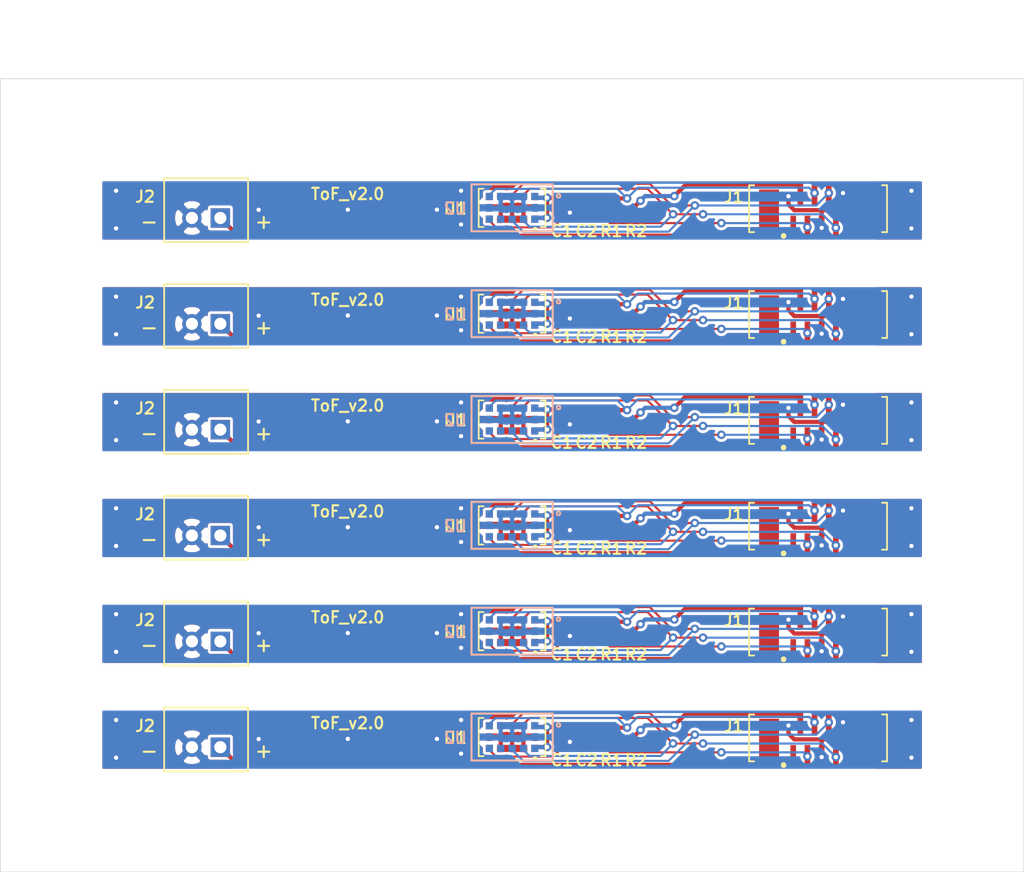
<source format=kicad_pcb>
(kicad_pcb (version 20171130) (host pcbnew "(5.1.9)-1")
  (title_block (title "CC TOF") (date 2020-11-30) (rev 000))
  (layers (0 F.Cu signal) (31 B.Cu signal) (34 B.Paste user) (35 F.Paste user) (36 B.SilkS user) (37 F.SilkS user) (38 B.Mask user) (39 F.Mask user) (44 Edge.Cuts user))
  (net 0 "")
  (net 1 GND)
  (net 2 V2.8)
  (net 3 VBATT)
  (net 4 XSHUT2)
  (net 5 XSHUT1)
  (net 6 SDA)
  (net 7 SCL)
  (net 8 "Net-(U1-Pad7)")
  (net 9 "Net-(U2-Pad7)")
  (net 10 "Net-(U2-Pad8)")
  (net 11 "Net-(J1-PadS1)")
  (net 12 "Net-(J1-PadS2)")
  (net 13 "Net-(U1-Pad8)")
  (module Capacitor_Taiyo_Yuden_0402:Capacitor_Taiyo_Yuden_0402 (layer F.Cu) (at 81.56 66.975 270)
    (fp_text reference C2 (at 1.785 -0.42 180) (layer F.SilkS) (effects (font (size 0.8 0.8))))
    (fp_text value 4.7uF hide)
    (pad 1 smd rect (at -0.49 0 270) (size 0.5 0.55) (layers F.Cu F.Paste F.Mask) (net 2 V2.8))
    (pad 2 smd rect (at 0.49 0 270) (size 0.5 0.55) (layers F.Cu F.Paste F.Mask) (net 1 GND))
  )
  (module Capacitor_Taiyo_Yuden_0402:Capacitor_Taiyo_Yuden_0402 (layer F.Cu) (at 81.56 59.525 270)
    (fp_text reference C2 (at 1.785 -0.42 180) (layer F.SilkS) (effects (font (size 0.8 0.8))))
    (fp_text value 4.7uF hide)
    (pad 1 smd rect (at -0.49 0 270) (size 0.5 0.55) (layers F.Cu F.Paste F.Mask) (net 2 V2.8))
    (pad 2 smd rect (at 0.49 0 270) (size 0.5 0.55) (layers F.Cu F.Paste F.Mask) (net 1 GND))
  )
  (module Capacitor_Taiyo_Yuden_0402:Capacitor_Taiyo_Yuden_0402 (layer F.Cu) (at 81.56 52.075 270)
    (fp_text reference C2 (at 1.785 -0.42 180) (layer F.SilkS) (effects (font (size 0.8 0.8))))
    (fp_text value 4.7uF hide)
    (pad 1 smd rect (at -0.49 0 270) (size 0.5 0.55) (layers F.Cu F.Paste F.Mask) (net 2 V2.8))
    (pad 2 smd rect (at 0.49 0 270) (size 0.5 0.55) (layers F.Cu F.Paste F.Mask) (net 1 GND))
  )
  (module Capacitor_Taiyo_Yuden_0402:Capacitor_Taiyo_Yuden_0402 (layer F.Cu) (at 81.56 44.625 270)
    (fp_text reference C2 (at 1.785 -0.42 180) (layer F.SilkS) (effects (font (size 0.8 0.8))))
    (fp_text value 4.7uF hide)
    (pad 1 smd rect (at -0.49 0 270) (size 0.5 0.55) (layers F.Cu F.Paste F.Mask) (net 2 V2.8))
    (pad 2 smd rect (at 0.49 0 270) (size 0.5 0.55) (layers F.Cu F.Paste F.Mask) (net 1 GND))
  )
  (module Capacitor_Taiyo_Yuden_0402:Capacitor_Taiyo_Yuden_0402 (layer F.Cu) (at 81.56 37.175 270)
    (fp_text reference C2 (at 1.785 -0.42 180) (layer F.SilkS) (effects (font (size 0.8 0.8))))
    (fp_text value 4.7uF hide)
    (pad 1 smd rect (at -0.49 0 270) (size 0.5 0.55) (layers F.Cu F.Paste F.Mask) (net 2 V2.8))
    (pad 2 smd rect (at 0.49 0 270) (size 0.5 0.55) (layers F.Cu F.Paste F.Mask) (net 1 GND))
  )
  (module Capacitor_Taiyo_Yuden_0402:Capacitor_Taiyo_Yuden_0402 (layer F.Cu) (at 80.07 66.975 270)
    (fp_text reference C1 (at 1.785 -0.17 180) (layer F.SilkS) (effects (font (size 0.8 0.8))))
    (fp_text value 100nF hide)
    (pad 2 smd rect (at 0.49 0 270) (size 0.5 0.55) (layers F.Cu F.Paste F.Mask) (net 1 GND))
    (pad 1 smd rect (at -0.49 0 270) (size 0.5 0.55) (layers F.Cu F.Paste F.Mask) (net 2 V2.8))
  )
  (module Capacitor_Taiyo_Yuden_0402:Capacitor_Taiyo_Yuden_0402 (layer F.Cu) (at 80.07 59.525 270)
    (fp_text reference C1 (at 1.785 -0.17 180) (layer F.SilkS) (effects (font (size 0.8 0.8))))
    (fp_text value 100nF hide)
    (pad 2 smd rect (at 0.49 0 270) (size 0.5 0.55) (layers F.Cu F.Paste F.Mask) (net 1 GND))
    (pad 1 smd rect (at -0.49 0 270) (size 0.5 0.55) (layers F.Cu F.Paste F.Mask) (net 2 V2.8))
  )
  (module Capacitor_Taiyo_Yuden_0402:Capacitor_Taiyo_Yuden_0402 (layer F.Cu) (at 80.07 52.075 270)
    (fp_text reference C1 (at 1.785 -0.17 180) (layer F.SilkS) (effects (font (size 0.8 0.8))))
    (fp_text value 100nF hide)
    (pad 2 smd rect (at 0.49 0 270) (size 0.5 0.55) (layers F.Cu F.Paste F.Mask) (net 1 GND))
    (pad 1 smd rect (at -0.49 0 270) (size 0.5 0.55) (layers F.Cu F.Paste F.Mask) (net 2 V2.8))
  )
  (module Capacitor_Taiyo_Yuden_0402:Capacitor_Taiyo_Yuden_0402 (layer F.Cu) (at 80.07 44.625 270)
    (fp_text reference C1 (at 1.785 -0.17 180) (layer F.SilkS) (effects (font (size 0.8 0.8))))
    (fp_text value 100nF hide)
    (pad 2 smd rect (at 0.49 0 270) (size 0.5 0.55) (layers F.Cu F.Paste F.Mask) (net 1 GND))
    (pad 1 smd rect (at -0.49 0 270) (size 0.5 0.55) (layers F.Cu F.Paste F.Mask) (net 2 V2.8))
  )
  (module Capacitor_Taiyo_Yuden_0402:Capacitor_Taiyo_Yuden_0402 (layer F.Cu) (at 80.07 37.175 270)
    (fp_text reference C1 (at 1.785 -0.17 180) (layer F.SilkS) (effects (font (size 0.8 0.8))))
    (fp_text value 100nF hide)
    (pad 2 smd rect (at 0.49 0 270) (size 0.5 0.55) (layers F.Cu F.Paste F.Mask) (net 1 GND))
    (pad 1 smd rect (at -0.49 0 270) (size 0.5 0.55) (layers F.Cu F.Paste F.Mask) (net 2 V2.8))
  )
  (module 1734742-8:TE_1734742-8 (layer F.Cu) (at 98.265 67.285)
    (fp_text reference J1 (at -5.935 -0.945 180) (layer F.SilkS) (effects (font (size 0.8 0.8))))
    (fp_text value 1734742-8)
    (pad 8 smd rect (at 1.75 -1.2) (size 0.4 1.6) (layers F.Cu F.Paste F.Mask) (net 1 GND))
    (pad 7 smd rect (at 1.25 1.2) (size 0.4 1.6) (layers F.Cu F.Paste F.Mask) (net 7 SCL))
    (pad 6 smd rect (at 0.75 -1.2) (size 0.4 1.6) (layers F.Cu F.Paste F.Mask) (net 6 SDA))
    (pad 5 smd rect (at 0.25 1.2) (size 0.4 1.6) (layers F.Cu F.Paste F.Mask) (net 1 GND))
    (pad 4 smd rect (at -0.25 -1.2) (size 0.4 1.6) (layers F.Cu F.Paste F.Mask) (net 4 XSHUT2))
    (pad 3 smd rect (at -0.75 1.2) (size 0.4 1.6) (layers F.Cu F.Paste F.Mask) (net 5 XSHUT1))
    (pad 2 smd rect (at -1.25 -1.2) (size 0.4 1.6) (layers F.Cu F.Paste F.Mask) (net 2 V2.8))
    (pad 1 smd rect (at -1.75 1.2) (size 0.4 1.6) (layers F.Cu F.Paste F.Mask) (net 3 VBATT))
    (pad S2 smd rect (at 3.45 0) (size 1.4 2.9) (layers F.Cu F.Paste F.Mask) (net 12 "Net-(J1-PadS2)"))
    (pad S1 smd rect (at -3.45 0) (size 1.4 2.9) (layers F.Cu F.Paste F.Mask) (net 11 "Net-(J1-PadS1)"))
  )
  (module 1734742-8:TE_1734742-8 (layer F.Cu) (at 98.265 59.835)
    (fp_text reference J1 (at -5.935 -0.945 180) (layer F.SilkS) (effects (font (size 0.8 0.8))))
    (fp_text value 1734742-8)
    (pad 8 smd rect (at 1.75 -1.2) (size 0.4 1.6) (layers F.Cu F.Paste F.Mask) (net 1 GND))
    (pad 7 smd rect (at 1.25 1.2) (size 0.4 1.6) (layers F.Cu F.Paste F.Mask) (net 7 SCL))
    (pad 6 smd rect (at 0.75 -1.2) (size 0.4 1.6) (layers F.Cu F.Paste F.Mask) (net 6 SDA))
    (pad 5 smd rect (at 0.25 1.2) (size 0.4 1.6) (layers F.Cu F.Paste F.Mask) (net 1 GND))
    (pad 4 smd rect (at -0.25 -1.2) (size 0.4 1.6) (layers F.Cu F.Paste F.Mask) (net 4 XSHUT2))
    (pad 3 smd rect (at -0.75 1.2) (size 0.4 1.6) (layers F.Cu F.Paste F.Mask) (net 5 XSHUT1))
    (pad 2 smd rect (at -1.25 -1.2) (size 0.4 1.6) (layers F.Cu F.Paste F.Mask) (net 2 V2.8))
    (pad 1 smd rect (at -1.75 1.2) (size 0.4 1.6) (layers F.Cu F.Paste F.Mask) (net 3 VBATT))
    (pad S2 smd rect (at 3.45 0) (size 1.4 2.9) (layers F.Cu F.Paste F.Mask) (net 12 "Net-(J1-PadS2)"))
    (pad S1 smd rect (at -3.45 0) (size 1.4 2.9) (layers F.Cu F.Paste F.Mask) (net 11 "Net-(J1-PadS1)"))
  )
  (module 1734742-8:TE_1734742-8 (layer F.Cu) (at 98.265 52.385)
    (fp_text reference J1 (at -5.935 -0.945 180) (layer F.SilkS) (effects (font (size 0.8 0.8))))
    (fp_text value 1734742-8)
    (pad 8 smd rect (at 1.75 -1.2) (size 0.4 1.6) (layers F.Cu F.Paste F.Mask) (net 1 GND))
    (pad 7 smd rect (at 1.25 1.2) (size 0.4 1.6) (layers F.Cu F.Paste F.Mask) (net 7 SCL))
    (pad 6 smd rect (at 0.75 -1.2) (size 0.4 1.6) (layers F.Cu F.Paste F.Mask) (net 6 SDA))
    (pad 5 smd rect (at 0.25 1.2) (size 0.4 1.6) (layers F.Cu F.Paste F.Mask) (net 1 GND))
    (pad 4 smd rect (at -0.25 -1.2) (size 0.4 1.6) (layers F.Cu F.Paste F.Mask) (net 4 XSHUT2))
    (pad 3 smd rect (at -0.75 1.2) (size 0.4 1.6) (layers F.Cu F.Paste F.Mask) (net 5 XSHUT1))
    (pad 2 smd rect (at -1.25 -1.2) (size 0.4 1.6) (layers F.Cu F.Paste F.Mask) (net 2 V2.8))
    (pad 1 smd rect (at -1.75 1.2) (size 0.4 1.6) (layers F.Cu F.Paste F.Mask) (net 3 VBATT))
    (pad S2 smd rect (at 3.45 0) (size 1.4 2.9) (layers F.Cu F.Paste F.Mask) (net 12 "Net-(J1-PadS2)"))
    (pad S1 smd rect (at -3.45 0) (size 1.4 2.9) (layers F.Cu F.Paste F.Mask) (net 11 "Net-(J1-PadS1)"))
  )
  (module 1734742-8:TE_1734742-8 (layer F.Cu) (at 98.265 44.935)
    (fp_text reference J1 (at -5.935 -0.945 180) (layer F.SilkS) (effects (font (size 0.8 0.8))))
    (fp_text value 1734742-8)
    (pad 8 smd rect (at 1.75 -1.2) (size 0.4 1.6) (layers F.Cu F.Paste F.Mask) (net 1 GND))
    (pad 7 smd rect (at 1.25 1.2) (size 0.4 1.6) (layers F.Cu F.Paste F.Mask) (net 7 SCL))
    (pad 6 smd rect (at 0.75 -1.2) (size 0.4 1.6) (layers F.Cu F.Paste F.Mask) (net 6 SDA))
    (pad 5 smd rect (at 0.25 1.2) (size 0.4 1.6) (layers F.Cu F.Paste F.Mask) (net 1 GND))
    (pad 4 smd rect (at -0.25 -1.2) (size 0.4 1.6) (layers F.Cu F.Paste F.Mask) (net 4 XSHUT2))
    (pad 3 smd rect (at -0.75 1.2) (size 0.4 1.6) (layers F.Cu F.Paste F.Mask) (net 5 XSHUT1))
    (pad 2 smd rect (at -1.25 -1.2) (size 0.4 1.6) (layers F.Cu F.Paste F.Mask) (net 2 V2.8))
    (pad 1 smd rect (at -1.75 1.2) (size 0.4 1.6) (layers F.Cu F.Paste F.Mask) (net 3 VBATT))
    (pad S2 smd rect (at 3.45 0) (size 1.4 2.9) (layers F.Cu F.Paste F.Mask) (net 12 "Net-(J1-PadS2)"))
    (pad S1 smd rect (at -3.45 0) (size 1.4 2.9) (layers F.Cu F.Paste F.Mask) (net 11 "Net-(J1-PadS1)"))
  )
  (module 1734742-8:TE_1734742-8 (layer F.Cu) (at 98.265 37.485)
    (fp_text reference J1 (at -5.935 -0.945 180) (layer F.SilkS) (effects (font (size 0.8 0.8))))
    (fp_text value 1734742-8)
    (pad 8 smd rect (at 1.75 -1.2) (size 0.4 1.6) (layers F.Cu F.Paste F.Mask) (net 1 GND))
    (pad 7 smd rect (at 1.25 1.2) (size 0.4 1.6) (layers F.Cu F.Paste F.Mask) (net 7 SCL))
    (pad 6 smd rect (at 0.75 -1.2) (size 0.4 1.6) (layers F.Cu F.Paste F.Mask) (net 6 SDA))
    (pad 5 smd rect (at 0.25 1.2) (size 0.4 1.6) (layers F.Cu F.Paste F.Mask) (net 1 GND))
    (pad 4 smd rect (at -0.25 -1.2) (size 0.4 1.6) (layers F.Cu F.Paste F.Mask) (net 4 XSHUT2))
    (pad 3 smd rect (at -0.75 1.2) (size 0.4 1.6) (layers F.Cu F.Paste F.Mask) (net 5 XSHUT1))
    (pad 2 smd rect (at -1.25 -1.2) (size 0.4 1.6) (layers F.Cu F.Paste F.Mask) (net 2 V2.8))
    (pad 1 smd rect (at -1.75 1.2) (size 0.4 1.6) (layers F.Cu F.Paste F.Mask) (net 3 VBATT))
    (pad S2 smd rect (at 3.45 0) (size 1.4 2.9) (layers F.Cu F.Paste F.Mask) (net 12 "Net-(J1-PadS2)"))
    (pad S1 smd rect (at -3.45 0) (size 1.4 2.9) (layers F.Cu F.Paste F.Mask) (net 11 "Net-(J1-PadS1)"))
  )
  (module "B2B-PH-K-S_LF_SN:JST_B2B-PH-K-S(LF)(SN)" (layer F.Cu) (at 55.215 67.29)
    (fp_text reference J2 (at -4.295 -0.95) (layer F.SilkS) (effects (font (size 0.8 0.8))))
    (fp_text value "B2B-PH-K-S(LF)(SN)")
    (pad 1 thru_hole rect (at 1 0.55) (size 1.368 1.368) (drill 0.86) (layers *.Cu *.Mask) (net 3 VBATT))
    (pad 2 thru_hole circle (at -1 0.55) (size 1.368 1.368) (drill 0.86) (layers *.Cu *.Mask) (net 1 GND))
  )
  (module "B2B-PH-K-S_LF_SN:JST_B2B-PH-K-S(LF)(SN)" (layer F.Cu) (at 55.215 59.84)
    (fp_text reference J2 (at -4.295 -0.95) (layer F.SilkS) (effects (font (size 0.8 0.8))))
    (fp_text value "B2B-PH-K-S(LF)(SN)")
    (pad 1 thru_hole rect (at 1 0.55) (size 1.368 1.368) (drill 0.86) (layers *.Cu *.Mask) (net 3 VBATT))
    (pad 2 thru_hole circle (at -1 0.55) (size 1.368 1.368) (drill 0.86) (layers *.Cu *.Mask) (net 1 GND))
  )
  (module "B2B-PH-K-S_LF_SN:JST_B2B-PH-K-S(LF)(SN)" (layer F.Cu) (at 55.215 52.39)
    (fp_text reference J2 (at -4.295 -0.95) (layer F.SilkS) (effects (font (size 0.8 0.8))))
    (fp_text value "B2B-PH-K-S(LF)(SN)")
    (pad 1 thru_hole rect (at 1 0.55) (size 1.368 1.368) (drill 0.86) (layers *.Cu *.Mask) (net 3 VBATT))
    (pad 2 thru_hole circle (at -1 0.55) (size 1.368 1.368) (drill 0.86) (layers *.Cu *.Mask) (net 1 GND))
  )
  (module "B2B-PH-K-S_LF_SN:JST_B2B-PH-K-S(LF)(SN)" (layer F.Cu) (at 55.215 44.94)
    (fp_text reference J2 (at -4.295 -0.95) (layer F.SilkS) (effects (font (size 0.8 0.8))))
    (fp_text value "B2B-PH-K-S(LF)(SN)")
    (pad 1 thru_hole rect (at 1 0.55) (size 1.368 1.368) (drill 0.86) (layers *.Cu *.Mask) (net 3 VBATT))
    (pad 2 thru_hole circle (at -1 0.55) (size 1.368 1.368) (drill 0.86) (layers *.Cu *.Mask) (net 1 GND))
  )
  (module "B2B-PH-K-S_LF_SN:JST_B2B-PH-K-S(LF)(SN)" (layer F.Cu) (at 55.215 37.49)
    (fp_text reference J2 (at -4.295 -0.95) (layer F.SilkS) (effects (font (size 0.8 0.8))))
    (fp_text value "B2B-PH-K-S(LF)(SN)")
    (pad 1 thru_hole rect (at 1 0.55) (size 1.368 1.368) (drill 0.86) (layers *.Cu *.Mask) (net 3 VBATT))
    (pad 2 thru_hole circle (at -1 0.55) (size 1.368 1.368) (drill 0.86) (layers *.Cu *.Mask) (net 1 GND))
  )
  (module Stackpole_Res_0402:Stackpole_Res_0402 (layer F.Cu) (at 83.98 66.92 270)
    (fp_text reference R2 (at 1.84 -1.48) (layer F.SilkS) (effects (font (size 0.8 0.8))))
    (fp_text value 10k)
    (pad 1 smd rect (at -0.457 0 270) (size 0.49 0.6) (layers F.Cu F.Paste F.Mask) (net 4 XSHUT2))
    (pad 2 smd rect (at 0.457 0 270) (size 0.49 0.6) (layers F.Cu F.Paste F.Mask) (net 2 V2.8))
  )
  (module Stackpole_Res_0402:Stackpole_Res_0402 (layer F.Cu) (at 83.98 59.47 270)
    (fp_text reference R2 (at 1.84 -1.48) (layer F.SilkS) (effects (font (size 0.8 0.8))))
    (fp_text value 10k)
    (pad 1 smd rect (at -0.457 0 270) (size 0.49 0.6) (layers F.Cu F.Paste F.Mask) (net 4 XSHUT2))
    (pad 2 smd rect (at 0.457 0 270) (size 0.49 0.6) (layers F.Cu F.Paste F.Mask) (net 2 V2.8))
  )
  (module Stackpole_Res_0402:Stackpole_Res_0402 (layer F.Cu) (at 83.98 52.02 270)
    (fp_text reference R2 (at 1.84 -1.48) (layer F.SilkS) (effects (font (size 0.8 0.8))))
    (fp_text value 10k)
    (pad 1 smd rect (at -0.457 0 270) (size 0.49 0.6) (layers F.Cu F.Paste F.Mask) (net 4 XSHUT2))
    (pad 2 smd rect (at 0.457 0 270) (size 0.49 0.6) (layers F.Cu F.Paste F.Mask) (net 2 V2.8))
  )
  (module Stackpole_Res_0402:Stackpole_Res_0402 (layer F.Cu) (at 83.98 44.57 270)
    (fp_text reference R2 (at 1.84 -1.48) (layer F.SilkS) (effects (font (size 0.8 0.8))))
    (fp_text value 10k)
    (pad 1 smd rect (at -0.457 0 270) (size 0.49 0.6) (layers F.Cu F.Paste F.Mask) (net 4 XSHUT2))
    (pad 2 smd rect (at 0.457 0 270) (size 0.49 0.6) (layers F.Cu F.Paste F.Mask) (net 2 V2.8))
  )
  (module Stackpole_Res_0402:Stackpole_Res_0402 (layer F.Cu) (at 83.98 37.12 270)
    (fp_text reference R2 (at 1.84 -1.48) (layer F.SilkS) (effects (font (size 0.8 0.8))))
    (fp_text value 10k)
    (pad 1 smd rect (at -0.457 0 270) (size 0.49 0.6) (layers F.Cu F.Paste F.Mask) (net 4 XSHUT2))
    (pad 2 smd rect (at 0.457 0 270) (size 0.49 0.6) (layers F.Cu F.Paste F.Mask) (net 2 V2.8))
  )
  (module VL53L0X:VL53L0CXV0DH&slash_1 (layer B.Cu) (at 76.74 67.125 90)
    (fp_text reference U2 (at -0.05 -4 unlocked) (layer B.SilkS) (effects (font (size 0.8 0.8)) (justify mirror)))
    (fp_text value VL53L4CXV0DH_1 hide)
    (pad 1 smd rect (at 0.799973 1.599999) (size 0.508 0.508) (layers B.Cu B.Paste B.Mask) (net 2 V2.8))
    (pad 2 smd rect (at 0.799973 0.800001) (size 0.508 0.508) (layers B.Cu B.Paste B.Mask) (net 1 GND))
    (pad 3 smd rect (at 0.799973 0) (size 0.508 0.508) (layers B.Cu B.Paste B.Mask) (net 1 GND))
    (pad 4 smd rect (at 0.799973 -0.800001) (size 0.508 0.508) (layers B.Cu B.Paste B.Mask) (net 1 GND))
    (pad 5 smd rect (at 0.799973 -1.599999) (size 0.508 0.508) (layers B.Cu B.Paste B.Mask) (net 4 XSHUT2))
    (pad 6 smd rect (at 0 -1.599946 90) (size 0.508 0.508) (layers B.Cu B.Paste B.Mask) (net 1 GND))
    (pad 7 smd rect (at -0.799973 -1.599999) (size 0.508 0.508) (layers B.Cu B.Paste B.Mask) (net 9 "Net-(U2-Pad7)"))
    (pad 8 smd rect (at -0.799973 -0.800001) (size 0.508 0.508) (layers B.Cu B.Paste B.Mask) (net 10 "Net-(U2-Pad8)"))
    (pad 9 smd rect (at -0.799973 0) (size 0.508 0.508) (layers B.Cu B.Paste B.Mask) (net 6 SDA))
    (pad 10 smd rect (at -0.799973 0.800001) (size 0.508 0.508) (layers B.Cu B.Paste B.Mask) (net 7 SCL))
    (pad 11 smd rect (at -0.799973 1.599999) (size 0.508 0.508) (layers B.Cu B.Paste B.Mask) (net 2 V2.8))
    (pad 12 smd rect (at 0 1.599946 90) (size 0.508 0.508) (layers B.Cu B.Paste B.Mask) (net 1 GND))
  )
  (module VL53L0X:VL53L0CXV0DH&slash_1 (layer B.Cu) (at 76.74 59.675 90)
    (fp_text reference U2 (at -0.05 -4 unlocked) (layer B.SilkS) (effects (font (size 0.8 0.8)) (justify mirror)))
    (fp_text value VL53L4CXV0DH_1 hide)
    (pad 1 smd rect (at 0.799973 1.599999) (size 0.508 0.508) (layers B.Cu B.Paste B.Mask) (net 2 V2.8))
    (pad 2 smd rect (at 0.799973 0.800001) (size 0.508 0.508) (layers B.Cu B.Paste B.Mask) (net 1 GND))
    (pad 3 smd rect (at 0.799973 0) (size 0.508 0.508) (layers B.Cu B.Paste B.Mask) (net 1 GND))
    (pad 4 smd rect (at 0.799973 -0.800001) (size 0.508 0.508) (layers B.Cu B.Paste B.Mask) (net 1 GND))
    (pad 5 smd rect (at 0.799973 -1.599999) (size 0.508 0.508) (layers B.Cu B.Paste B.Mask) (net 4 XSHUT2))
    (pad 6 smd rect (at 0 -1.599946 90) (size 0.508 0.508) (layers B.Cu B.Paste B.Mask) (net 1 GND))
    (pad 7 smd rect (at -0.799973 -1.599999) (size 0.508 0.508) (layers B.Cu B.Paste B.Mask) (net 9 "Net-(U2-Pad7)"))
    (pad 8 smd rect (at -0.799973 -0.800001) (size 0.508 0.508) (layers B.Cu B.Paste B.Mask) (net 10 "Net-(U2-Pad8)"))
    (pad 9 smd rect (at -0.799973 0) (size 0.508 0.508) (layers B.Cu B.Paste B.Mask) (net 6 SDA))
    (pad 10 smd rect (at -0.799973 0.800001) (size 0.508 0.508) (layers B.Cu B.Paste B.Mask) (net 7 SCL))
    (pad 11 smd rect (at -0.799973 1.599999) (size 0.508 0.508) (layers B.Cu B.Paste B.Mask) (net 2 V2.8))
    (pad 12 smd rect (at 0 1.599946 90) (size 0.508 0.508) (layers B.Cu B.Paste B.Mask) (net 1 GND))
  )
  (module VL53L0X:VL53L0CXV0DH&slash_1 (layer B.Cu) (at 76.74 52.225 90)
    (fp_text reference U2 (at -0.05 -4 unlocked) (layer B.SilkS) (effects (font (size 0.8 0.8)) (justify mirror)))
    (fp_text value VL53L4CXV0DH_1 hide)
    (pad 1 smd rect (at 0.799973 1.599999) (size 0.508 0.508) (layers B.Cu B.Paste B.Mask) (net 2 V2.8))
    (pad 2 smd rect (at 0.799973 0.800001) (size 0.508 0.508) (layers B.Cu B.Paste B.Mask) (net 1 GND))
    (pad 3 smd rect (at 0.799973 0) (size 0.508 0.508) (layers B.Cu B.Paste B.Mask) (net 1 GND))
    (pad 4 smd rect (at 0.799973 -0.800001) (size 0.508 0.508) (layers B.Cu B.Paste B.Mask) (net 1 GND))
    (pad 5 smd rect (at 0.799973 -1.599999) (size 0.508 0.508) (layers B.Cu B.Paste B.Mask) (net 4 XSHUT2))
    (pad 6 smd rect (at 0 -1.599946 90) (size 0.508 0.508) (layers B.Cu B.Paste B.Mask) (net 1 GND))
    (pad 7 smd rect (at -0.799973 -1.599999) (size 0.508 0.508) (layers B.Cu B.Paste B.Mask) (net 9 "Net-(U2-Pad7)"))
    (pad 8 smd rect (at -0.799973 -0.800001) (size 0.508 0.508) (layers B.Cu B.Paste B.Mask) (net 10 "Net-(U2-Pad8)"))
    (pad 9 smd rect (at -0.799973 0) (size 0.508 0.508) (layers B.Cu B.Paste B.Mask) (net 6 SDA))
    (pad 10 smd rect (at -0.799973 0.800001) (size 0.508 0.508) (layers B.Cu B.Paste B.Mask) (net 7 SCL))
    (pad 11 smd rect (at -0.799973 1.599999) (size 0.508 0.508) (layers B.Cu B.Paste B.Mask) (net 2 V2.8))
    (pad 12 smd rect (at 0 1.599946 90) (size 0.508 0.508) (layers B.Cu B.Paste B.Mask) (net 1 GND))
  )
  (module VL53L0X:VL53L0CXV0DH&slash_1 (layer B.Cu) (at 76.74 44.775 90)
    (fp_text reference U2 (at -0.05 -4 unlocked) (layer B.SilkS) (effects (font (size 0.8 0.8)) (justify mirror)))
    (fp_text value VL53L4CXV0DH_1 hide)
    (pad 1 smd rect (at 0.799973 1.599999) (size 0.508 0.508) (layers B.Cu B.Paste B.Mask) (net 2 V2.8))
    (pad 2 smd rect (at 0.799973 0.800001) (size 0.508 0.508) (layers B.Cu B.Paste B.Mask) (net 1 GND))
    (pad 3 smd rect (at 0.799973 0) (size 0.508 0.508) (layers B.Cu B.Paste B.Mask) (net 1 GND))
    (pad 4 smd rect (at 0.799973 -0.800001) (size 0.508 0.508) (layers B.Cu B.Paste B.Mask) (net 1 GND))
    (pad 5 smd rect (at 0.799973 -1.599999) (size 0.508 0.508) (layers B.Cu B.Paste B.Mask) (net 4 XSHUT2))
    (pad 6 smd rect (at 0 -1.599946 90) (size 0.508 0.508) (layers B.Cu B.Paste B.Mask) (net 1 GND))
    (pad 7 smd rect (at -0.799973 -1.599999) (size 0.508 0.508) (layers B.Cu B.Paste B.Mask) (net 9 "Net-(U2-Pad7)"))
    (pad 8 smd rect (at -0.799973 -0.800001) (size 0.508 0.508) (layers B.Cu B.Paste B.Mask) (net 10 "Net-(U2-Pad8)"))
    (pad 9 smd rect (at -0.799973 0) (size 0.508 0.508) (layers B.Cu B.Paste B.Mask) (net 6 SDA))
    (pad 10 smd rect (at -0.799973 0.800001) (size 0.508 0.508) (layers B.Cu B.Paste B.Mask) (net 7 SCL))
    (pad 11 smd rect (at -0.799973 1.599999) (size 0.508 0.508) (layers B.Cu B.Paste B.Mask) (net 2 V2.8))
    (pad 12 smd rect (at 0 1.599946 90) (size 0.508 0.508) (layers B.Cu B.Paste B.Mask) (net 1 GND))
  )
  (module VL53L0X:VL53L0CXV0DH&slash_1 (layer B.Cu) (at 76.74 37.325 90)
    (fp_text reference U2 (at -0.05 -4 unlocked) (layer B.SilkS) (effects (font (size 0.8 0.8)) (justify mirror)))
    (fp_text value VL53L4CXV0DH_1 hide)
    (pad 1 smd rect (at 0.799973 1.599999) (size 0.508 0.508) (layers B.Cu B.Paste B.Mask) (net 2 V2.8))
    (pad 2 smd rect (at 0.799973 0.800001) (size 0.508 0.508) (layers B.Cu B.Paste B.Mask) (net 1 GND))
    (pad 3 smd rect (at 0.799973 0) (size 0.508 0.508) (layers B.Cu B.Paste B.Mask) (net 1 GND))
    (pad 4 smd rect (at 0.799973 -0.800001) (size 0.508 0.508) (layers B.Cu B.Paste B.Mask) (net 1 GND))
    (pad 5 smd rect (at 0.799973 -1.599999) (size 0.508 0.508) (layers B.Cu B.Paste B.Mask) (net 4 XSHUT2))
    (pad 6 smd rect (at 0 -1.599946 90) (size 0.508 0.508) (layers B.Cu B.Paste B.Mask) (net 1 GND))
    (pad 7 smd rect (at -0.799973 -1.599999) (size 0.508 0.508) (layers B.Cu B.Paste B.Mask) (net 9 "Net-(U2-Pad7)"))
    (pad 8 smd rect (at -0.799973 -0.800001) (size 0.508 0.508) (layers B.Cu B.Paste B.Mask) (net 10 "Net-(U2-Pad8)"))
    (pad 9 smd rect (at -0.799973 0) (size 0.508 0.508) (layers B.Cu B.Paste B.Mask) (net 6 SDA))
    (pad 10 smd rect (at -0.799973 0.800001) (size 0.508 0.508) (layers B.Cu B.Paste B.Mask) (net 7 SCL))
    (pad 11 smd rect (at -0.799973 1.599999) (size 0.508 0.508) (layers B.Cu B.Paste B.Mask) (net 2 V2.8))
    (pad 12 smd rect (at 0 1.599946 90) (size 0.508 0.508) (layers B.Cu B.Paste B.Mask) (net 1 GND))
  )
  (module VL53L4CD:VL53L4CDV0DH (layer F.Cu) (at 76.74 67.125 270)
    (fp_text reference U1 (at 0.05 4 180) (layer F.SilkS) (effects (font (size 0.8 0.8))))
    (fp_text value VL53L4CDV0DH_1 hide)
    (pad 11 smd rect (at -0.8001 -1.6002) (size 0.508 0.508) (layers F.Cu F.Mask) (net 2 V2.8))
    (pad 10 smd rect (at -0.8001 -0.8001) (size 0.508 0.508) (layers F.Cu F.Mask) (net 7 SCL))
    (pad 9 smd rect (at -0.8001 0) (size 0.508 0.508) (layers F.Cu F.Mask) (net 6 SDA))
    (pad 8 smd rect (at -0.8001 0.8001) (size 0.508 0.508) (layers F.Cu F.Mask) (net 13 "Net-(U1-Pad8)"))
    (pad 7 smd rect (at -0.8001 1.6002) (size 0.508 0.508) (layers F.Cu F.Mask) (net 8 "Net-(U1-Pad7)"))
    (pad 6 smd rect (at 0 1.6002 270) (size 0.508 0.508) (layers F.Cu F.Mask) (net 1 GND))
    (pad 5 smd rect (at 0.8001 1.6002) (size 0.508 0.508) (layers F.Cu F.Mask) (net 5 XSHUT1))
    (pad 4 smd rect (at 0.8001 0.8001) (size 0.508 0.508) (layers F.Cu F.Mask) (net 1 GND))
    (pad 3 smd rect (at 0.8001 0) (size 0.508 0.508) (layers F.Cu F.Mask) (net 1 GND))
    (pad 2 smd rect (at 0.8001 -0.8001) (size 0.508 0.508) (layers F.Cu F.Mask) (net 1 GND))
    (pad 1 smd rect (at 0.8001 -1.6002) (size 0.508 0.508) (layers F.Cu F.Mask) (net 2 V2.8))
    (pad 12 smd rect (at 0 -1.6002 270) (size 0.508 0.508) (layers F.Cu F.Mask) (net 1 GND))
  )
  (module VL53L4CD:VL53L4CDV0DH (layer F.Cu) (at 76.74 59.675 270)
    (fp_text reference U1 (at 0.05 4 180) (layer F.SilkS) (effects (font (size 0.8 0.8))))
    (fp_text value VL53L4CDV0DH_1 hide)
    (pad 11 smd rect (at -0.8001 -1.6002) (size 0.508 0.508) (layers F.Cu F.Mask) (net 2 V2.8))
    (pad 10 smd rect (at -0.8001 -0.8001) (size 0.508 0.508) (layers F.Cu F.Mask) (net 7 SCL))
    (pad 9 smd rect (at -0.8001 0) (size 0.508 0.508) (layers F.Cu F.Mask) (net 6 SDA))
    (pad 8 smd rect (at -0.8001 0.8001) (size 0.508 0.508) (layers F.Cu F.Mask) (net 13 "Net-(U1-Pad8)"))
    (pad 7 smd rect (at -0.8001 1.6002) (size 0.508 0.508) (layers F.Cu F.Mask) (net 8 "Net-(U1-Pad7)"))
    (pad 6 smd rect (at 0 1.6002 270) (size 0.508 0.508) (layers F.Cu F.Mask) (net 1 GND))
    (pad 5 smd rect (at 0.8001 1.6002) (size 0.508 0.508) (layers F.Cu F.Mask) (net 5 XSHUT1))
    (pad 4 smd rect (at 0.8001 0.8001) (size 0.508 0.508) (layers F.Cu F.Mask) (net 1 GND))
    (pad 3 smd rect (at 0.8001 0) (size 0.508 0.508) (layers F.Cu F.Mask) (net 1 GND))
    (pad 2 smd rect (at 0.8001 -0.8001) (size 0.508 0.508) (layers F.Cu F.Mask) (net 1 GND))
    (pad 1 smd rect (at 0.8001 -1.6002) (size 0.508 0.508) (layers F.Cu F.Mask) (net 2 V2.8))
    (pad 12 smd rect (at 0 -1.6002 270) (size 0.508 0.508) (layers F.Cu F.Mask) (net 1 GND))
  )
  (module VL53L4CD:VL53L4CDV0DH (layer F.Cu) (at 76.74 52.225 270)
    (fp_text reference U1 (at 0.05 4 180) (layer F.SilkS) (effects (font (size 0.8 0.8))))
    (fp_text value VL53L4CDV0DH_1 hide)
    (pad 11 smd rect (at -0.8001 -1.6002) (size 0.508 0.508) (layers F.Cu F.Mask) (net 2 V2.8))
    (pad 10 smd rect (at -0.8001 -0.8001) (size 0.508 0.508) (layers F.Cu F.Mask) (net 7 SCL))
    (pad 9 smd rect (at -0.8001 0) (size 0.508 0.508) (layers F.Cu F.Mask) (net 6 SDA))
    (pad 8 smd rect (at -0.8001 0.8001) (size 0.508 0.508) (layers F.Cu F.Mask) (net 13 "Net-(U1-Pad8)"))
    (pad 7 smd rect (at -0.8001 1.6002) (size 0.508 0.508) (layers F.Cu F.Mask) (net 8 "Net-(U1-Pad7)"))
    (pad 6 smd rect (at 0 1.6002 270) (size 0.508 0.508) (layers F.Cu F.Mask) (net 1 GND))
    (pad 5 smd rect (at 0.8001 1.6002) (size 0.508 0.508) (layers F.Cu F.Mask) (net 5 XSHUT1))
    (pad 4 smd rect (at 0.8001 0.8001) (size 0.508 0.508) (layers F.Cu F.Mask) (net 1 GND))
    (pad 3 smd rect (at 0.8001 0) (size 0.508 0.508) (layers F.Cu F.Mask) (net 1 GND))
    (pad 2 smd rect (at 0.8001 -0.8001) (size 0.508 0.508) (layers F.Cu F.Mask) (net 1 GND))
    (pad 1 smd rect (at 0.8001 -1.6002) (size 0.508 0.508) (layers F.Cu F.Mask) (net 2 V2.8))
    (pad 12 smd rect (at 0 -1.6002 270) (size 0.508 0.508) (layers F.Cu F.Mask) (net 1 GND))
  )
  (module VL53L4CD:VL53L4CDV0DH (layer F.Cu) (at 76.74 44.775 270)
    (fp_text reference U1 (at 0.05 4 180) (layer F.SilkS) (effects (font (size 0.8 0.8))))
    (fp_text value VL53L4CDV0DH_1 hide)
    (pad 11 smd rect (at -0.8001 -1.6002) (size 0.508 0.508) (layers F.Cu F.Mask) (net 2 V2.8))
    (pad 10 smd rect (at -0.8001 -0.8001) (size 0.508 0.508) (layers F.Cu F.Mask) (net 7 SCL))
    (pad 9 smd rect (at -0.8001 0) (size 0.508 0.508) (layers F.Cu F.Mask) (net 6 SDA))
    (pad 8 smd rect (at -0.8001 0.8001) (size 0.508 0.508) (layers F.Cu F.Mask) (net 13 "Net-(U1-Pad8)"))
    (pad 7 smd rect (at -0.8001 1.6002) (size 0.508 0.508) (layers F.Cu F.Mask) (net 8 "Net-(U1-Pad7)"))
    (pad 6 smd rect (at 0 1.6002 270) (size 0.508 0.508) (layers F.Cu F.Mask) (net 1 GND))
    (pad 5 smd rect (at 0.8001 1.6002) (size 0.508 0.508) (layers F.Cu F.Mask) (net 5 XSHUT1))
    (pad 4 smd rect (at 0.8001 0.8001) (size 0.508 0.508) (layers F.Cu F.Mask) (net 1 GND))
    (pad 3 smd rect (at 0.8001 0) (size 0.508 0.508) (layers F.Cu F.Mask) (net 1 GND))
    (pad 2 smd rect (at 0.8001 -0.8001) (size 0.508 0.508) (layers F.Cu F.Mask) (net 1 GND))
    (pad 1 smd rect (at 0.8001 -1.6002) (size 0.508 0.508) (layers F.Cu F.Mask) (net 2 V2.8))
    (pad 12 smd rect (at 0 -1.6002 270) (size 0.508 0.508) (layers F.Cu F.Mask) (net 1 GND))
  )
  (module VL53L4CD:VL53L4CDV0DH (layer F.Cu) (at 76.74 37.325 270)
    (fp_text reference U1 (at 0.05 4 180) (layer F.SilkS) (effects (font (size 0.8 0.8))))
    (fp_text value VL53L4CDV0DH_1 hide)
    (pad 11 smd rect (at -0.8001 -1.6002) (size 0.508 0.508) (layers F.Cu F.Mask) (net 2 V2.8))
    (pad 10 smd rect (at -0.8001 -0.8001) (size 0.508 0.508) (layers F.Cu F.Mask) (net 7 SCL))
    (pad 9 smd rect (at -0.8001 0) (size 0.508 0.508) (layers F.Cu F.Mask) (net 6 SDA))
    (pad 8 smd rect (at -0.8001 0.8001) (size 0.508 0.508) (layers F.Cu F.Mask) (net 13 "Net-(U1-Pad8)"))
    (pad 7 smd rect (at -0.8001 1.6002) (size 0.508 0.508) (layers F.Cu F.Mask) (net 8 "Net-(U1-Pad7)"))
    (pad 6 smd rect (at 0 1.6002 270) (size 0.508 0.508) (layers F.Cu F.Mask) (net 1 GND))
    (pad 5 smd rect (at 0.8001 1.6002) (size 0.508 0.508) (layers F.Cu F.Mask) (net 5 XSHUT1))
    (pad 4 smd rect (at 0.8001 0.8001) (size 0.508 0.508) (layers F.Cu F.Mask) (net 1 GND))
    (pad 3 smd rect (at 0.8001 0) (size 0.508 0.508) (layers F.Cu F.Mask) (net 1 GND))
    (pad 2 smd rect (at 0.8001 -0.8001) (size 0.508 0.508) (layers F.Cu F.Mask) (net 1 GND))
    (pad 1 smd rect (at 0.8001 -1.6002) (size 0.508 0.508) (layers F.Cu F.Mask) (net 2 V2.8))
    (pad 12 smd rect (at 0 -1.6002 270) (size 0.508 0.508) (layers F.Cu F.Mask) (net 1 GND))
  )
  (module Stackpole_Res_0402:Stackpole_Res_0402 (layer F.Cu) (at 82.77 66.93 90)
    (fp_text reference R1 (at -1.83 0.95) (layer F.SilkS) (effects (font (size 0.8 0.8))))
    (fp_text value 10k)
    (pad 2 smd rect (at 0.457 0 90) (size 0.49 0.6) (layers F.Cu F.Paste F.Mask) (net 2 V2.8))
    (pad 1 smd rect (at -0.457 0 90) (size 0.49 0.6) (layers F.Cu F.Paste F.Mask) (net 5 XSHUT1))
  )
  (module Stackpole_Res_0402:Stackpole_Res_0402 (layer F.Cu) (at 82.77 59.48 90)
    (fp_text reference R1 (at -1.83 0.95) (layer F.SilkS) (effects (font (size 0.8 0.8))))
    (fp_text value 10k)
    (pad 2 smd rect (at 0.457 0 90) (size 0.49 0.6) (layers F.Cu F.Paste F.Mask) (net 2 V2.8))
    (pad 1 smd rect (at -0.457 0 90) (size 0.49 0.6) (layers F.Cu F.Paste F.Mask) (net 5 XSHUT1))
  )
  (module Stackpole_Res_0402:Stackpole_Res_0402 (layer F.Cu) (at 82.77 52.03 90)
    (fp_text reference R1 (at -1.83 0.95) (layer F.SilkS) (effects (font (size 0.8 0.8))))
    (fp_text value 10k)
    (pad 2 smd rect (at 0.457 0 90) (size 0.49 0.6) (layers F.Cu F.Paste F.Mask) (net 2 V2.8))
    (pad 1 smd rect (at -0.457 0 90) (size 0.49 0.6) (layers F.Cu F.Paste F.Mask) (net 5 XSHUT1))
  )
  (module Stackpole_Res_0402:Stackpole_Res_0402 (layer F.Cu) (at 82.77 44.58 90)
    (fp_text reference R1 (at -1.83 0.95) (layer F.SilkS) (effects (font (size 0.8 0.8))))
    (fp_text value 10k)
    (pad 2 smd rect (at 0.457 0 90) (size 0.49 0.6) (layers F.Cu F.Paste F.Mask) (net 2 V2.8))
    (pad 1 smd rect (at -0.457 0 90) (size 0.49 0.6) (layers F.Cu F.Paste F.Mask) (net 5 XSHUT1))
  )
  (module Stackpole_Res_0402:Stackpole_Res_0402 (layer F.Cu) (at 82.77 37.13 90)
    (fp_text reference R1 (at -1.83 0.95) (layer F.SilkS) (effects (font (size 0.8 0.8))))
    (fp_text value 10k)
    (pad 2 smd rect (at 0.457 0 90) (size 0.49 0.6) (layers F.Cu F.Paste F.Mask) (net 2 V2.8))
    (pad 1 smd rect (at -0.457 0 90) (size 0.49 0.6) (layers F.Cu F.Paste F.Mask) (net 5 XSHUT1))
  )
  (module Mousebites:0.5mm-NPTH-Drill (layer F.Cu) (at 47.51 68.079 90)
    (fp_text reference REF** hide)
    (fp_text value 0.5mm-NPTH-Drill hide)
    (pad "" np_thru_hole circle (at 0 0 90) (size 0.5 0.5) (drill 0.5) (layers *.Cu *.Mask))
  )
  (module Mousebites:0.5mm-NPTH-Drill (layer F.Cu) (at 47.51 60.629 90)
    (fp_text reference REF** hide)
    (fp_text value 0.5mm-NPTH-Drill hide)
    (pad "" np_thru_hole circle (at 0 0 90) (size 0.5 0.5) (drill 0.5) (layers *.Cu *.Mask))
  )
  (module Mousebites:0.5mm-NPTH-Drill (layer F.Cu) (at 47.51 53.179 90)
    (fp_text reference REF** hide)
    (fp_text value 0.5mm-NPTH-Drill hide)
    (pad "" np_thru_hole circle (at 0 0 90) (size 0.5 0.5) (drill 0.5) (layers *.Cu *.Mask))
  )
  (module Mousebites:0.5mm-NPTH-Drill (layer F.Cu) (at 47.51 45.729 90)
    (fp_text reference REF** hide)
    (fp_text value 0.5mm-NPTH-Drill hide)
    (pad "" np_thru_hole circle (at 0 0 90) (size 0.5 0.5) (drill 0.5) (layers *.Cu *.Mask))
  )
  (module Mousebites:0.5mm-NPTH-Drill (layer F.Cu) (at 47.51 38.279 90)
    (fp_text reference REF** hide)
    (fp_text value 0.5mm-NPTH-Drill hide)
    (pad "" np_thru_hole circle (at 0 0 90) (size 0.5 0.5) (drill 0.5) (layers *.Cu *.Mask))
  )
  (module Mousebites:0.5mm-NPTH-Drill (layer F.Cu) (at 47.51 65.745 90)
    (fp_text reference REF** hide)
    (fp_text value 0.5mm-NPTH-Drill hide)
    (pad "" np_thru_hole circle (at 0 0 90) (size 0.5 0.5) (drill 0.5) (layers *.Cu *.Mask))
  )
  (module Mousebites:0.5mm-NPTH-Drill (layer F.Cu) (at 47.51 58.295 90)
    (fp_text reference REF** hide)
    (fp_text value 0.5mm-NPTH-Drill hide)
    (pad "" np_thru_hole circle (at 0 0 90) (size 0.5 0.5) (drill 0.5) (layers *.Cu *.Mask))
  )
  (module Mousebites:0.5mm-NPTH-Drill (layer F.Cu) (at 47.51 50.845 90)
    (fp_text reference REF** hide)
    (fp_text value 0.5mm-NPTH-Drill hide)
    (pad "" np_thru_hole circle (at 0 0 90) (size 0.5 0.5) (drill 0.5) (layers *.Cu *.Mask))
  )
  (module Mousebites:0.5mm-NPTH-Drill (layer F.Cu) (at 47.51 43.395 90)
    (fp_text reference REF** hide)
    (fp_text value 0.5mm-NPTH-Drill hide)
    (pad "" np_thru_hole circle (at 0 0 90) (size 0.5 0.5) (drill 0.5) (layers *.Cu *.Mask))
  )
  (module Mousebites:0.5mm-NPTH-Drill (layer F.Cu) (at 47.51 35.945 90)
    (fp_text reference REF** hide)
    (fp_text value 0.5mm-NPTH-Drill hide)
    (pad "" np_thru_hole circle (at 0 0 90) (size 0.5 0.5) (drill 0.5) (layers *.Cu *.Mask))
  )
  (module Mousebites:0.5mm-NPTH-Drill (layer F.Cu) (at 105.98 66.571 90)
    (fp_text reference REF** hide)
    (fp_text value 0.5mm-NPTH-Drill hide)
    (pad "" np_thru_hole circle (at 0 0 90) (size 0.5 0.5) (drill 0.5) (layers *.Cu *.Mask))
  )
  (module Mousebites:0.5mm-NPTH-Drill (layer F.Cu) (at 105.98 59.121 90)
    (fp_text reference REF** hide)
    (fp_text value 0.5mm-NPTH-Drill hide)
    (pad "" np_thru_hole circle (at 0 0 90) (size 0.5 0.5) (drill 0.5) (layers *.Cu *.Mask))
  )
  (module Mousebites:0.5mm-NPTH-Drill (layer F.Cu) (at 105.98 51.671 90)
    (fp_text reference REF** hide)
    (fp_text value 0.5mm-NPTH-Drill hide)
    (pad "" np_thru_hole circle (at 0 0 90) (size 0.5 0.5) (drill 0.5) (layers *.Cu *.Mask))
  )
  (module Mousebites:0.5mm-NPTH-Drill (layer F.Cu) (at 105.98 44.221 90)
    (fp_text reference REF** hide)
    (fp_text value 0.5mm-NPTH-Drill hide)
    (pad "" np_thru_hole circle (at 0 0 90) (size 0.5 0.5) (drill 0.5) (layers *.Cu *.Mask))
  )
  (module Mousebites:0.5mm-NPTH-Drill (layer F.Cu) (at 105.98 36.771 90)
    (fp_text reference REF** hide)
    (fp_text value 0.5mm-NPTH-Drill hide)
    (pad "" np_thru_hole circle (at 0 0 90) (size 0.5 0.5) (drill 0.5) (layers *.Cu *.Mask))
  )
  (module Mousebites:0.5mm-NPTH-Drill (layer F.Cu) (at 105.98 67.349 90)
    (fp_text reference REF** hide)
    (fp_text value 0.5mm-NPTH-Drill hide)
    (pad "" np_thru_hole circle (at 0 0 90) (size 0.5 0.5) (drill 0.5) (layers *.Cu *.Mask))
  )
  (module Mousebites:0.5mm-NPTH-Drill (layer F.Cu) (at 105.98 59.899 90)
    (fp_text reference REF** hide)
    (fp_text value 0.5mm-NPTH-Drill hide)
    (pad "" np_thru_hole circle (at 0 0 90) (size 0.5 0.5) (drill 0.5) (layers *.Cu *.Mask))
  )
  (module Mousebites:0.5mm-NPTH-Drill (layer F.Cu) (at 105.98 52.449 90)
    (fp_text reference REF** hide)
    (fp_text value 0.5mm-NPTH-Drill hide)
    (pad "" np_thru_hole circle (at 0 0 90) (size 0.5 0.5) (drill 0.5) (layers *.Cu *.Mask))
  )
  (module Mousebites:0.5mm-NPTH-Drill (layer F.Cu) (at 105.98 44.999 90)
    (fp_text reference REF** hide)
    (fp_text value 0.5mm-NPTH-Drill hide)
    (pad "" np_thru_hole circle (at 0 0 90) (size 0.5 0.5) (drill 0.5) (layers *.Cu *.Mask))
  )
  (module Mousebites:0.5mm-NPTH-Drill (layer F.Cu) (at 105.98 37.549 90)
    (fp_text reference REF** hide)
    (fp_text value 0.5mm-NPTH-Drill hide)
    (pad "" np_thru_hole circle (at 0 0 90) (size 0.5 0.5) (drill 0.5) (layers *.Cu *.Mask))
  )
  (module Mousebites:0.5mm-NPTH-Drill (layer F.Cu) (at 105.98 68.905 90)
    (fp_text reference REF** hide)
    (fp_text value 0.5mm-NPTH-Drill hide)
    (pad "" np_thru_hole circle (at 0 0 90) (size 0.5 0.5) (drill 0.5) (layers *.Cu *.Mask))
  )
  (module Mousebites:0.5mm-NPTH-Drill (layer F.Cu) (at 105.98 61.455 90)
    (fp_text reference REF** hide)
    (fp_text value 0.5mm-NPTH-Drill hide)
    (pad "" np_thru_hole circle (at 0 0 90) (size 0.5 0.5) (drill 0.5) (layers *.Cu *.Mask))
  )
  (module Mousebites:0.5mm-NPTH-Drill (layer F.Cu) (at 105.98 54.005 90)
    (fp_text reference REF** hide)
    (fp_text value 0.5mm-NPTH-Drill hide)
    (pad "" np_thru_hole circle (at 0 0 90) (size 0.5 0.5) (drill 0.5) (layers *.Cu *.Mask))
  )
  (module Mousebites:0.5mm-NPTH-Drill (layer F.Cu) (at 105.98 46.555 90)
    (fp_text reference REF** hide)
    (fp_text value 0.5mm-NPTH-Drill hide)
    (pad "" np_thru_hole circle (at 0 0 90) (size 0.5 0.5) (drill 0.5) (layers *.Cu *.Mask))
  )
  (module Mousebites:0.5mm-NPTH-Drill (layer F.Cu) (at 105.98 39.105 90)
    (fp_text reference REF** hide)
    (fp_text value 0.5mm-NPTH-Drill hide)
    (pad "" np_thru_hole circle (at 0 0 90) (size 0.5 0.5) (drill 0.5) (layers *.Cu *.Mask))
  )
  (module Mousebites:0.5mm-NPTH-Drill (layer F.Cu) (at 47.51 66.523 90)
    (fp_text reference REF** hide)
    (fp_text value 0.5mm-NPTH-Drill hide)
    (pad "" np_thru_hole circle (at 0 0 90) (size 0.5 0.5) (drill 0.5) (layers *.Cu *.Mask))
  )
  (module Mousebites:0.5mm-NPTH-Drill (layer F.Cu) (at 47.51 59.073 90)
    (fp_text reference REF** hide)
    (fp_text value 0.5mm-NPTH-Drill hide)
    (pad "" np_thru_hole circle (at 0 0 90) (size 0.5 0.5) (drill 0.5) (layers *.Cu *.Mask))
  )
  (module Mousebites:0.5mm-NPTH-Drill (layer F.Cu) (at 47.51 51.623 90)
    (fp_text reference REF** hide)
    (fp_text value 0.5mm-NPTH-Drill hide)
    (pad "" np_thru_hole circle (at 0 0 90) (size 0.5 0.5) (drill 0.5) (layers *.Cu *.Mask))
  )
  (module Mousebites:0.5mm-NPTH-Drill (layer F.Cu) (at 47.51 44.173 90)
    (fp_text reference REF** hide)
    (fp_text value 0.5mm-NPTH-Drill hide)
    (pad "" np_thru_hole circle (at 0 0 90) (size 0.5 0.5) (drill 0.5) (layers *.Cu *.Mask))
  )
  (module Mousebites:0.5mm-NPTH-Drill (layer F.Cu) (at 47.51 36.723 90)
    (fp_text reference REF** hide)
    (fp_text value 0.5mm-NPTH-Drill hide)
    (pad "" np_thru_hole circle (at 0 0 90) (size 0.5 0.5) (drill 0.5) (layers *.Cu *.Mask))
  )
  (module Mousebites:0.5mm-NPTH-Drill (layer F.Cu) (at 105.98 68.127 90)
    (fp_text reference REF** hide)
    (fp_text value 0.5mm-NPTH-Drill hide)
    (pad "" np_thru_hole circle (at 0 0 90) (size 0.5 0.5) (drill 0.5) (layers *.Cu *.Mask))
  )
  (module Mousebites:0.5mm-NPTH-Drill (layer F.Cu) (at 105.98 60.677 90)
    (fp_text reference REF** hide)
    (fp_text value 0.5mm-NPTH-Drill hide)
    (pad "" np_thru_hole circle (at 0 0 90) (size 0.5 0.5) (drill 0.5) (layers *.Cu *.Mask))
  )
  (module Mousebites:0.5mm-NPTH-Drill (layer F.Cu) (at 105.98 53.227 90)
    (fp_text reference REF** hide)
    (fp_text value 0.5mm-NPTH-Drill hide)
    (pad "" np_thru_hole circle (at 0 0 90) (size 0.5 0.5) (drill 0.5) (layers *.Cu *.Mask))
  )
  (module Mousebites:0.5mm-NPTH-Drill (layer F.Cu) (at 105.98 45.777 90)
    (fp_text reference REF** hide)
    (fp_text value 0.5mm-NPTH-Drill hide)
    (pad "" np_thru_hole circle (at 0 0 90) (size 0.5 0.5) (drill 0.5) (layers *.Cu *.Mask))
  )
  (module Mousebites:0.5mm-NPTH-Drill (layer F.Cu) (at 105.98 38.327 90)
    (fp_text reference REF** hide)
    (fp_text value 0.5mm-NPTH-Drill hide)
    (pad "" np_thru_hole circle (at 0 0 90) (size 0.5 0.5) (drill 0.5) (layers *.Cu *.Mask))
  )
  (module Mousebites:0.5mm-NPTH-Drill (layer F.Cu) (at 47.51 67.301 90)
    (fp_text reference REF** hide)
    (fp_text value 0.5mm-NPTH-Drill hide)
    (pad "" np_thru_hole circle (at 0 0 90) (size 0.5 0.5) (drill 0.5) (layers *.Cu *.Mask))
  )
  (module Mousebites:0.5mm-NPTH-Drill (layer F.Cu) (at 47.51 59.851 90)
    (fp_text reference REF** hide)
    (fp_text value 0.5mm-NPTH-Drill hide)
    (pad "" np_thru_hole circle (at 0 0 90) (size 0.5 0.5) (drill 0.5) (layers *.Cu *.Mask))
  )
  (module Mousebites:0.5mm-NPTH-Drill (layer F.Cu) (at 47.51 52.401 90)
    (fp_text reference REF** hide)
    (fp_text value 0.5mm-NPTH-Drill hide)
    (pad "" np_thru_hole circle (at 0 0 90) (size 0.5 0.5) (drill 0.5) (layers *.Cu *.Mask))
  )
  (module Mousebites:0.5mm-NPTH-Drill (layer F.Cu) (at 47.51 44.951 90)
    (fp_text reference REF** hide)
    (fp_text value 0.5mm-NPTH-Drill hide)
    (pad "" np_thru_hole circle (at 0 0 90) (size 0.5 0.5) (drill 0.5) (layers *.Cu *.Mask))
  )
  (module Mousebites:0.5mm-NPTH-Drill (layer F.Cu) (at 47.51 37.501 90)
    (fp_text reference REF** hide)
    (fp_text value 0.5mm-NPTH-Drill hide)
    (pad "" np_thru_hole circle (at 0 0 90) (size 0.5 0.5) (drill 0.5) (layers *.Cu *.Mask))
  )
  (module Mousebites:0.5mm-NPTH-Drill (layer F.Cu) (at 105.98 65.793 90)
    (fp_text reference REF** hide)
    (fp_text value 0.5mm-NPTH-Drill hide)
    (pad "" np_thru_hole circle (at 0 0 90) (size 0.5 0.5) (drill 0.5) (layers *.Cu *.Mask))
  )
  (module Mousebites:0.5mm-NPTH-Drill (layer F.Cu) (at 105.98 58.343 90)
    (fp_text reference REF** hide)
    (fp_text value 0.5mm-NPTH-Drill hide)
    (pad "" np_thru_hole circle (at 0 0 90) (size 0.5 0.5) (drill 0.5) (layers *.Cu *.Mask))
  )
  (module Mousebites:0.5mm-NPTH-Drill (layer F.Cu) (at 105.98 50.893 90)
    (fp_text reference REF** hide)
    (fp_text value 0.5mm-NPTH-Drill hide)
    (pad "" np_thru_hole circle (at 0 0 90) (size 0.5 0.5) (drill 0.5) (layers *.Cu *.Mask))
  )
  (module Mousebites:0.5mm-NPTH-Drill (layer F.Cu) (at 105.98 43.443 90)
    (fp_text reference REF** hide)
    (fp_text value 0.5mm-NPTH-Drill hide)
    (pad "" np_thru_hole circle (at 0 0 90) (size 0.5 0.5) (drill 0.5) (layers *.Cu *.Mask))
  )
  (module Mousebites:0.5mm-NPTH-Drill (layer F.Cu) (at 105.98 35.993 90)
    (fp_text reference REF** hide)
    (fp_text value 0.5mm-NPTH-Drill hide)
    (pad "" np_thru_hole circle (at 0 0 90) (size 0.5 0.5) (drill 0.5) (layers *.Cu *.Mask))
  )
  (module Mousebites:0.5mm-NPTH-Drill (layer F.Cu) (at 47.51 68.857 90)
    (fp_text reference REF** hide)
    (fp_text value 0.5mm-NPTH-Drill hide)
    (pad "" np_thru_hole circle (at 0 0 90) (size 0.5 0.5) (drill 0.5) (layers *.Cu *.Mask))
  )
  (module Mousebites:0.5mm-NPTH-Drill (layer F.Cu) (at 47.51 61.407 90)
    (fp_text reference REF** hide)
    (fp_text value 0.5mm-NPTH-Drill hide)
    (pad "" np_thru_hole circle (at 0 0 90) (size 0.5 0.5) (drill 0.5) (layers *.Cu *.Mask))
  )
  (module Mousebites:0.5mm-NPTH-Drill (layer F.Cu) (at 47.51 53.957 90)
    (fp_text reference REF** hide)
    (fp_text value 0.5mm-NPTH-Drill hide)
    (pad "" np_thru_hole circle (at 0 0 90) (size 0.5 0.5) (drill 0.5) (layers *.Cu *.Mask))
  )
  (module Mousebites:0.5mm-NPTH-Drill (layer F.Cu) (at 47.51 46.507 90)
    (fp_text reference REF** hide)
    (fp_text value 0.5mm-NPTH-Drill hide)
    (pad "" np_thru_hole circle (at 0 0 90) (size 0.5 0.5) (drill 0.5) (layers *.Cu *.Mask))
  )
  (module Mousebites:0.5mm-NPTH-Drill (layer F.Cu) (at 47.51 39.057 90)
    (fp_text reference REF** hide)
    (fp_text value 0.5mm-NPTH-Drill hide)
    (pad "" np_thru_hole circle (at 0 0 90) (size 0.5 0.5) (drill 0.5) (layers *.Cu *.Mask))
  )
  (module Mousebites:0.5mm-NPTH-Drill (layer F.Cu) (at 41.46 28.505 180)
    (fp_text reference REF** hide)
    (fp_text value 0.5mm-NPTH-Drill hide)
    (pad "" np_thru_hole circle (at 0 0 180) (size 0.5 0.5) (drill 0.5) (layers *.Cu *.Mask))
  )
  (module Mousebites:0.5mm-NPTH-Drill (layer F.Cu) (at 43.304 28.505 180)
    (fp_text reference REF** hide)
    (fp_text value 0.5mm-NPTH-Drill hide)
    (pad "" np_thru_hole circle (at 0 0 180) (size 0.5 0.5) (drill 0.5) (layers *.Cu *.Mask))
  )
  (module Mousebites:0.5mm-NPTH-Drill (layer F.Cu) (at 42.52 28.505 180)
    (fp_text reference REF** hide)
    (fp_text value 0.5mm-NPTH-Drill hide)
    (pad "" np_thru_hole circle (at 0 0 180) (size 0.5 0.5) (drill 0.5) (layers *.Cu *.Mask))
  )
  (module Mousebites:0.5mm-NPTH-Drill (layer F.Cu) (at 44.088 28.505 180)
    (fp_text reference REF** hide)
    (fp_text value 0.5mm-NPTH-Drill hide)
    (pad "" np_thru_hole circle (at 0 0 180) (size 0.5 0.5) (drill 0.5) (layers *.Cu *.Mask))
  )
  (module Mousebites:0.5mm-NPTH-Drill (layer F.Cu) (at 44.872 28.505 180)
    (fp_text reference REF** hide)
    (fp_text value 0.5mm-NPTH-Drill hide)
    (pad "" np_thru_hole circle (at 0 0 180) (size 0.5 0.5) (drill 0.5) (layers *.Cu *.Mask))
  )
  (module Mousebites:0.5mm-NPTH-Drill (layer F.Cu) (at 45.656 28.505 180)
    (fp_text reference REF** hide)
    (fp_text value 0.5mm-NPTH-Drill hide)
    (pad "" np_thru_hole circle (at 0 0 180) (size 0.5 0.5) (drill 0.5) (layers *.Cu *.Mask))
  )
  (module Mousebites:0.5mm-NPTH-Drill (layer F.Cu) (at 46.44 28.505 180)
    (fp_text reference REF** hide)
    (fp_text value 0.5mm-NPTH-Drill hide)
    (pad "" np_thru_hole circle (at 0 0 180) (size 0.5 0.5) (drill 0.5) (layers *.Cu *.Mask))
  )
  (module Mousebites:0.5mm-NPTH-Drill (layer F.Cu) (at 41.49 69.035 180)
    (fp_text reference REF** hide)
    (fp_text value 0.5mm-NPTH-Drill hide)
    (pad "" np_thru_hole circle (at 0 0 180) (size 0.5 0.5) (drill 0.5) (layers *.Cu *.Mask))
  )
  (module Mousebites:0.5mm-NPTH-Drill (layer F.Cu) (at 43.334 69.035 180)
    (fp_text reference REF** hide)
    (fp_text value 0.5mm-NPTH-Drill hide)
    (pad "" np_thru_hole circle (at 0 0 180) (size 0.5 0.5) (drill 0.5) (layers *.Cu *.Mask))
  )
  (module Mousebites:0.5mm-NPTH-Drill (layer F.Cu) (at 42.55 69.035 180)
    (fp_text reference REF** hide)
    (fp_text value 0.5mm-NPTH-Drill hide)
    (pad "" np_thru_hole circle (at 0 0 180) (size 0.5 0.5) (drill 0.5) (layers *.Cu *.Mask))
  )
  (module Mousebites:0.5mm-NPTH-Drill (layer F.Cu) (at 44.118 69.035 180)
    (fp_text reference REF** hide)
    (fp_text value 0.5mm-NPTH-Drill hide)
    (pad "" np_thru_hole circle (at 0 0 180) (size 0.5 0.5) (drill 0.5) (layers *.Cu *.Mask))
  )
  (module Mousebites:0.5mm-NPTH-Drill (layer F.Cu) (at 44.902 69.035 180)
    (fp_text reference REF** hide)
    (fp_text value 0.5mm-NPTH-Drill hide)
    (pad "" np_thru_hole circle (at 0 0 180) (size 0.5 0.5) (drill 0.5) (layers *.Cu *.Mask))
  )
  (module Mousebites:0.5mm-NPTH-Drill (layer F.Cu) (at 45.686 69.035 180)
    (fp_text reference REF** hide)
    (fp_text value 0.5mm-NPTH-Drill hide)
    (pad "" np_thru_hole circle (at 0 0 180) (size 0.5 0.5) (drill 0.5) (layers *.Cu *.Mask))
  )
  (module Mousebites:0.5mm-NPTH-Drill (layer F.Cu) (at 46.47 69.035 180)
    (fp_text reference REF** hide)
    (fp_text value 0.5mm-NPTH-Drill hide)
    (pad "" np_thru_hole circle (at 0 0 180) (size 0.5 0.5) (drill 0.5) (layers *.Cu *.Mask))
  )
  (module Mousebites:0.5mm-NPTH-Drill (layer F.Cu) (at 112.05 69.055)
    (fp_text reference REF** hide)
    (fp_text value 0.5mm-NPTH-Drill hide)
    (pad "" np_thru_hole circle (at 0 0) (size 0.5 0.5) (drill 0.5) (layers *.Cu *.Mask))
  )
  (module Mousebites:0.5mm-NPTH-Drill (layer F.Cu) (at 110.99 69.055)
    (fp_text reference REF** hide)
    (fp_text value 0.5mm-NPTH-Drill hide)
    (pad "" np_thru_hole circle (at 0 0) (size 0.5 0.5) (drill 0.5) (layers *.Cu *.Mask))
  )
  (module Mousebites:0.5mm-NPTH-Drill (layer F.Cu) (at 110.206 69.055)
    (fp_text reference REF** hide)
    (fp_text value 0.5mm-NPTH-Drill hide)
    (pad "" np_thru_hole circle (at 0 0) (size 0.5 0.5) (drill 0.5) (layers *.Cu *.Mask))
  )
  (module Mousebites:0.5mm-NPTH-Drill (layer F.Cu) (at 109.422 69.055)
    (fp_text reference REF** hide)
    (fp_text value 0.5mm-NPTH-Drill hide)
    (pad "" np_thru_hole circle (at 0 0) (size 0.5 0.5) (drill 0.5) (layers *.Cu *.Mask))
  )
  (module Mousebites:0.5mm-NPTH-Drill (layer F.Cu) (at 108.638 69.055)
    (fp_text reference REF** hide)
    (fp_text value 0.5mm-NPTH-Drill hide)
    (pad "" np_thru_hole circle (at 0 0) (size 0.5 0.5) (drill 0.5) (layers *.Cu *.Mask))
  )
  (module Mousebites:0.5mm-NPTH-Drill (layer F.Cu) (at 107.854 69.055)
    (fp_text reference REF** hide)
    (fp_text value 0.5mm-NPTH-Drill hide)
    (pad "" np_thru_hole circle (at 0 0) (size 0.5 0.5) (drill 0.5) (layers *.Cu *.Mask))
  )
  (module Mousebites:0.5mm-NPTH-Drill (layer F.Cu) (at 107.07 69.055)
    (fp_text reference REF** hide)
    (fp_text value 0.5mm-NPTH-Drill hide)
    (pad "" np_thru_hole circle (at 0 0) (size 0.5 0.5) (drill 0.5) (layers *.Cu *.Mask))
  )
  (module Mousebites:0.5mm-NPTH-Drill (layer F.Cu) (at 112.05 28.545)
    (fp_text reference REF** hide)
    (fp_text value 0.5mm-NPTH-Drill hide)
    (pad "" np_thru_hole circle (at 0 0) (size 0.5 0.5) (drill 0.5) (layers *.Cu *.Mask))
  )
  (module Mousebites:0.5mm-NPTH-Drill (layer F.Cu) (at 110.99 28.545)
    (fp_text reference REF** hide)
    (fp_text value 0.5mm-NPTH-Drill hide)
    (pad "" np_thru_hole circle (at 0 0) (size 0.5 0.5) (drill 0.5) (layers *.Cu *.Mask))
  )
  (module Mousebites:0.5mm-NPTH-Drill (layer F.Cu) (at 110.206 28.545)
    (fp_text reference REF** hide)
    (fp_text value 0.5mm-NPTH-Drill hide)
    (pad "" np_thru_hole circle (at 0 0) (size 0.5 0.5) (drill 0.5) (layers *.Cu *.Mask))
  )
  (module Mousebites:0.5mm-NPTH-Drill (layer F.Cu) (at 47.51 28.495 90)
    (fp_text reference REF** hide)
    (fp_text value 0.5mm-NPTH-Drill hide)
    (pad "" np_thru_hole circle (at 0 0 90) (size 0.5 0.5) (drill 0.5) (layers *.Cu *.Mask))
  )
  (module Mousebites:0.5mm-NPTH-Drill (layer F.Cu) (at 47.51 29.273 90)
    (fp_text reference REF** hide)
    (fp_text value 0.5mm-NPTH-Drill hide)
    (pad "" np_thru_hole circle (at 0 0 90) (size 0.5 0.5) (drill 0.5) (layers *.Cu *.Mask))
  )
  (module Mousebites:0.5mm-NPTH-Drill (layer F.Cu) (at 47.51 30.051 90)
    (fp_text reference REF** hide)
    (fp_text value 0.5mm-NPTH-Drill hide)
    (pad "" np_thru_hole circle (at 0 0 90) (size 0.5 0.5) (drill 0.5) (layers *.Cu *.Mask))
  )
  (module Mousebites:0.5mm-NPTH-Drill (layer F.Cu) (at 47.51 30.829 90)
    (fp_text reference REF** hide)
    (fp_text value 0.5mm-NPTH-Drill hide)
    (pad "" np_thru_hole circle (at 0 0 90) (size 0.5 0.5) (drill 0.5) (layers *.Cu *.Mask))
  )
  (module Mousebites:0.5mm-NPTH-Drill (layer F.Cu) (at 47.51 31.607 90)
    (fp_text reference REF** hide)
    (fp_text value 0.5mm-NPTH-Drill hide)
    (pad "" np_thru_hole circle (at 0 0 90) (size 0.5 0.5) (drill 0.5) (layers *.Cu *.Mask))
  )
  (module Mousebites:0.5mm-NPTH-Drill (layer F.Cu) (at 105.98 28.543 90)
    (fp_text reference REF** hide)
    (fp_text value 0.5mm-NPTH-Drill hide)
    (pad "" np_thru_hole circle (at 0 0 90) (size 0.5 0.5) (drill 0.5) (layers *.Cu *.Mask))
  )
  (module Mousebites:0.5mm-NPTH-Drill (layer F.Cu) (at 105.98 29.321 90)
    (fp_text reference REF** hide)
    (fp_text value 0.5mm-NPTH-Drill hide)
    (pad "" np_thru_hole circle (at 0 0 90) (size 0.5 0.5) (drill 0.5) (layers *.Cu *.Mask))
  )
  (module Mousebites:0.5mm-NPTH-Drill (layer F.Cu) (at 105.98 30.099 90)
    (fp_text reference REF** hide)
    (fp_text value 0.5mm-NPTH-Drill hide)
    (pad "" np_thru_hole circle (at 0 0 90) (size 0.5 0.5) (drill 0.5) (layers *.Cu *.Mask))
  )
  (module Mousebites:0.5mm-NPTH-Drill (layer F.Cu) (at 105.98 30.877 90)
    (fp_text reference REF** hide)
    (fp_text value 0.5mm-NPTH-Drill hide)
    (pad "" np_thru_hole circle (at 0 0 90) (size 0.5 0.5) (drill 0.5) (layers *.Cu *.Mask))
  )
  (module Mousebites:0.5mm-NPTH-Drill (layer F.Cu) (at 105.98 31.655 90)
    (fp_text reference REF** hide)
    (fp_text value 0.5mm-NPTH-Drill hide)
    (pad "" np_thru_hole circle (at 0 0 90) (size 0.5 0.5) (drill 0.5) (layers *.Cu *.Mask))
  )
  (module Mousebites:2MM_Stencil_Hole (layer F.Cu) (at 43.74 73.61)
    (fp_text reference REF** hide)
    (fp_text value 2MM_Stencil_Hole)
    (pad "" np_thru_hole circle (at 0 0) (size 2 2) (drill 2) (layers *.Cu *.Paste *.Mask))
  )
  (module Mousebites:2MM_Stencil_Hole (layer F.Cu) (at 109.74 23.785)
    (fp_text reference REF** hide)
    (fp_text value 2MM_Stencil_Hole)
    (pad "" np_thru_hole circle (at 0 0) (size 2 2) (drill 2) (layers *.Cu *.Paste *.Mask))
  )
  (module Mousebites:0.5mm-NPTH-Drill (layer F.Cu) (at 47.4 74.865 270)
    (fp_text reference REF** hide)
    (fp_text value 0.5mm-NPTH-Drill hide)
    (pad "" np_thru_hole circle (at 0 0 270) (size 0.5 0.5) (drill 0.5) (layers *.Cu *.Mask))
  )
  (module Mousebites:0.5mm-NPTH-Drill (layer F.Cu) (at 47.4 73.305 270)
    (fp_text reference REF** hide)
    (fp_text value 0.5mm-NPTH-Drill hide)
    (pad "" np_thru_hole circle (at 0 0 270) (size 0.5 0.5) (drill 0.5) (layers *.Cu *.Mask))
  )
  (module Mousebites:0.5mm-NPTH-Drill (layer F.Cu) (at 47.4 75.945 270)
    (fp_text reference REF** hide)
    (fp_text value 0.5mm-NPTH-Drill hide)
    (pad "" np_thru_hole circle (at 0 0 270) (size 0.5 0.5) (drill 0.5) (layers *.Cu *.Mask))
  )
  (module Mousebites:0.5mm-NPTH-Drill (layer F.Cu) (at 47.4 74.085 270)
    (fp_text reference REF** hide)
    (fp_text value 0.5mm-NPTH-Drill hide)
    (pad "" np_thru_hole circle (at 0 0 270) (size 0.5 0.5) (drill 0.5) (layers *.Cu *.Mask))
  )
  (module Mousebites:0.5mm-NPTH-Drill (layer F.Cu) (at 105.8 74.825 270)
    (fp_text reference REF** hide)
    (fp_text value 0.5mm-NPTH-Drill hide)
    (pad "" np_thru_hole circle (at 0 0 270) (size 0.5 0.5) (drill 0.5) (layers *.Cu *.Mask))
  )
  (module Mousebites:0.5mm-NPTH-Drill (layer F.Cu) (at 105.8 73.265 270)
    (fp_text reference REF** hide)
    (fp_text value 0.5mm-NPTH-Drill hide)
    (pad "" np_thru_hole circle (at 0 0 270) (size 0.5 0.5) (drill 0.5) (layers *.Cu *.Mask))
  )
  (module Mousebites:0.5mm-NPTH-Drill (layer F.Cu) (at 105.8 75.905 270)
    (fp_text reference REF** hide)
    (fp_text value 0.5mm-NPTH-Drill hide)
    (pad "" np_thru_hole circle (at 0 0 270) (size 0.5 0.5) (drill 0.5) (layers *.Cu *.Mask))
  )
  (module Mousebites:0.5mm-NPTH-Drill (layer F.Cu) (at 105.8 74.045 270)
    (fp_text reference REF** hide)
    (fp_text value 0.5mm-NPTH-Drill hide)
    (pad "" np_thru_hole circle (at 0 0 270) (size 0.5 0.5) (drill 0.5) (layers *.Cu *.Mask))
  )
  (module Mousebites:0.5mm-NPTH-Drill (layer F.Cu) (at 105.8 22.625 90)
    (fp_text reference REF** hide)
    (fp_text value 0.5mm-NPTH-Drill hide)
    (pad "" np_thru_hole circle (at 0 0 90) (size 0.5 0.5) (drill 0.5) (layers *.Cu *.Mask))
  )
  (module Mousebites:0.5mm-NPTH-Drill (layer F.Cu) (at 105.8 24.185 90)
    (fp_text reference REF** hide)
    (fp_text value 0.5mm-NPTH-Drill hide)
    (pad "" np_thru_hole circle (at 0 0 90) (size 0.5 0.5) (drill 0.5) (layers *.Cu *.Mask))
  )
  (module Mousebites:0.5mm-NPTH-Drill (layer F.Cu) (at 105.8 21.545 90)
    (fp_text reference REF** hide)
    (fp_text value 0.5mm-NPTH-Drill hide)
    (pad "" np_thru_hole circle (at 0 0 90) (size 0.5 0.5) (drill 0.5) (layers *.Cu *.Mask))
  )
  (module Mousebites:0.5mm-NPTH-Drill (layer F.Cu) (at 105.8 23.405 90)
    (fp_text reference REF** hide)
    (fp_text value 0.5mm-NPTH-Drill hide)
    (pad "" np_thru_hole circle (at 0 0 90) (size 0.5 0.5) (drill 0.5) (layers *.Cu *.Mask))
  )
  (module Mousebites:0.5mm-NPTH-Drill (layer F.Cu) (at 47.4 22.665 90)
    (fp_text reference REF** hide)
    (fp_text value 0.5mm-NPTH-Drill hide)
    (pad "" np_thru_hole circle (at 0 0 90) (size 0.5 0.5) (drill 0.5) (layers *.Cu *.Mask))
  )
  (module Mousebites:0.5mm-NPTH-Drill (layer F.Cu) (at 47.4 24.225 90)
    (fp_text reference REF** hide)
    (fp_text value 0.5mm-NPTH-Drill hide)
    (pad "" np_thru_hole circle (at 0 0 90) (size 0.5 0.5) (drill 0.5) (layers *.Cu *.Mask))
  )
  (module Mousebites:0.5mm-NPTH-Drill (layer F.Cu) (at 47.4 21.585 90)
    (fp_text reference REF** hide)
    (fp_text value 0.5mm-NPTH-Drill hide)
    (pad "" np_thru_hole circle (at 0 0 90) (size 0.5 0.5) (drill 0.5) (layers *.Cu *.Mask))
  )
  (module Mousebites:0.5mm-NPTH-Drill (layer F.Cu) (at 47.4 23.445 90)
    (fp_text reference REF** hide)
    (fp_text value 0.5mm-NPTH-Drill hide)
    (pad "" np_thru_hole circle (at 0 0 90) (size 0.5 0.5) (drill 0.5) (layers *.Cu *.Mask))
  )
  (module Mousebites:0.5mm-NPTH-Drill (layer F.Cu) (at 107.07 28.545)
    (fp_text reference REF** hide)
    (fp_text value 0.5mm-NPTH-Drill hide)
    (pad "" np_thru_hole circle (at 0 0) (size 0.5 0.5) (drill 0.5) (layers *.Cu *.Mask))
  )
  (module Mousebites:0.5mm-NPTH-Drill (layer F.Cu) (at 107.854 28.545)
    (fp_text reference REF** hide)
    (fp_text value 0.5mm-NPTH-Drill hide)
    (pad "" np_thru_hole circle (at 0 0) (size 0.5 0.5) (drill 0.5) (layers *.Cu *.Mask))
  )
  (module Mousebites:0.5mm-NPTH-Drill (layer F.Cu) (at 108.638 28.545)
    (fp_text reference REF** hide)
    (fp_text value 0.5mm-NPTH-Drill hide)
    (pad "" np_thru_hole circle (at 0 0) (size 0.5 0.5) (drill 0.5) (layers *.Cu *.Mask))
  )
  (module Mousebites:0.5mm-NPTH-Drill (layer F.Cu) (at 109.422 28.545)
    (fp_text reference REF** hide)
    (fp_text value 0.5mm-NPTH-Drill hide)
    (pad "" np_thru_hole circle (at 0 0) (size 0.5 0.5) (drill 0.5) (layers *.Cu *.Mask))
  )
  (module VL53L4CD:VL53L4CDV0DH (layer F.Cu) (at 76.74 29.875 270)
    (fp_text reference U1 (at 0.05 4 180) (layer F.SilkS) (effects (font (size 0.8 0.8))))
    (fp_text value VL53L4CDV0DH_1 hide)
    (pad 12 smd rect (at 0 -1.6002 270) (size 0.508 0.508) (layers F.Cu F.Mask) (net 1 GND))
    (pad 1 smd rect (at 0.8001 -1.6002) (size 0.508 0.508) (layers F.Cu F.Mask) (net 2 V2.8))
    (pad 2 smd rect (at 0.8001 -0.8001) (size 0.508 0.508) (layers F.Cu F.Mask) (net 1 GND))
    (pad 3 smd rect (at 0.8001 0) (size 0.508 0.508) (layers F.Cu F.Mask) (net 1 GND))
    (pad 4 smd rect (at 0.8001 0.8001) (size 0.508 0.508) (layers F.Cu F.Mask) (net 1 GND))
    (pad 5 smd rect (at 0.8001 1.6002) (size 0.508 0.508) (layers F.Cu F.Mask) (net 5 XSHUT1))
    (pad 6 smd rect (at 0 1.6002 270) (size 0.508 0.508) (layers F.Cu F.Mask) (net 1 GND))
    (pad 7 smd rect (at -0.8001 1.6002) (size 0.508 0.508) (layers F.Cu F.Mask) (net 8 "Net-(U1-Pad7)"))
    (pad 8 smd rect (at -0.8001 0.8001) (size 0.508 0.508) (layers F.Cu F.Mask) (net 13 "Net-(U1-Pad8)"))
    (pad 9 smd rect (at -0.8001 0) (size 0.508 0.508) (layers F.Cu F.Mask) (net 6 SDA))
    (pad 10 smd rect (at -0.8001 -0.8001) (size 0.508 0.508) (layers F.Cu F.Mask) (net 7 SCL))
    (pad 11 smd rect (at -0.8001 -1.6002) (size 0.508 0.508) (layers F.Cu F.Mask) (net 2 V2.8))
  )
  (module VL53L0X:VL53L0CXV0DH&slash_1 (layer B.Cu) (at 76.74 29.875 90)
    (fp_text reference U2 (at -0.05 -4 unlocked) (layer B.SilkS) (effects (font (size 0.8 0.8)) (justify mirror)))
    (fp_text value VL53L4CXV0DH_1 hide)
    (pad 12 smd rect (at 0 1.599946 90) (size 0.508 0.508) (layers B.Cu B.Paste B.Mask) (net 1 GND))
    (pad 11 smd rect (at -0.799973 1.599999) (size 0.508 0.508) (layers B.Cu B.Paste B.Mask) (net 2 V2.8))
    (pad 10 smd rect (at -0.799973 0.800001) (size 0.508 0.508) (layers B.Cu B.Paste B.Mask) (net 7 SCL))
    (pad 9 smd rect (at -0.799973 0) (size 0.508 0.508) (layers B.Cu B.Paste B.Mask) (net 6 SDA))
    (pad 8 smd rect (at -0.799973 -0.800001) (size 0.508 0.508) (layers B.Cu B.Paste B.Mask) (net 10 "Net-(U2-Pad8)"))
    (pad 7 smd rect (at -0.799973 -1.599999) (size 0.508 0.508) (layers B.Cu B.Paste B.Mask) (net 9 "Net-(U2-Pad7)"))
    (pad 6 smd rect (at 0 -1.599946 90) (size 0.508 0.508) (layers B.Cu B.Paste B.Mask) (net 1 GND))
    (pad 5 smd rect (at 0.799973 -1.599999) (size 0.508 0.508) (layers B.Cu B.Paste B.Mask) (net 4 XSHUT2))
    (pad 4 smd rect (at 0.799973 -0.800001) (size 0.508 0.508) (layers B.Cu B.Paste B.Mask) (net 1 GND))
    (pad 3 smd rect (at 0.799973 0) (size 0.508 0.508) (layers B.Cu B.Paste B.Mask) (net 1 GND))
    (pad 2 smd rect (at 0.799973 0.800001) (size 0.508 0.508) (layers B.Cu B.Paste B.Mask) (net 1 GND))
    (pad 1 smd rect (at 0.799973 1.599999) (size 0.508 0.508) (layers B.Cu B.Paste B.Mask) (net 2 V2.8))
  )
  (module 1734742-8:TE_1734742-8 (layer F.Cu) (at 98.265 30.035)
    (fp_text reference J1 (at -5.935 -0.945 180) (layer F.SilkS) (effects (font (size 0.8 0.8))))
    (fp_text value 1734742-8)
    (pad S1 smd rect (at -3.45 0) (size 1.4 2.9) (layers F.Cu F.Paste F.Mask) (net 11 "Net-(J1-PadS1)"))
    (pad S2 smd rect (at 3.45 0) (size 1.4 2.9) (layers F.Cu F.Paste F.Mask) (net 12 "Net-(J1-PadS2)"))
    (pad 1 smd rect (at -1.75 1.2) (size 0.4 1.6) (layers F.Cu F.Paste F.Mask) (net 3 VBATT))
    (pad 2 smd rect (at -1.25 -1.2) (size 0.4 1.6) (layers F.Cu F.Paste F.Mask) (net 2 V2.8))
    (pad 3 smd rect (at -0.75 1.2) (size 0.4 1.6) (layers F.Cu F.Paste F.Mask) (net 5 XSHUT1))
    (pad 4 smd rect (at -0.25 -1.2) (size 0.4 1.6) (layers F.Cu F.Paste F.Mask) (net 4 XSHUT2))
    (pad 5 smd rect (at 0.25 1.2) (size 0.4 1.6) (layers F.Cu F.Paste F.Mask) (net 1 GND))
    (pad 6 smd rect (at 0.75 -1.2) (size 0.4 1.6) (layers F.Cu F.Paste F.Mask) (net 6 SDA))
    (pad 7 smd rect (at 1.25 1.2) (size 0.4 1.6) (layers F.Cu F.Paste F.Mask) (net 7 SCL))
    (pad 8 smd rect (at 1.75 -1.2) (size 0.4 1.6) (layers F.Cu F.Paste F.Mask) (net 1 GND))
  )
  (module "B2B-PH-K-S_LF_SN:JST_B2B-PH-K-S(LF)(SN)" (layer F.Cu) (at 55.215 30.04)
    (fp_text reference J2 (at -4.295 -0.95) (layer F.SilkS) (effects (font (size 0.8 0.8))))
    (fp_text value "B2B-PH-K-S(LF)(SN)")
    (pad 2 thru_hole circle (at -1 0.55) (size 1.368 1.368) (drill 0.86) (layers *.Cu *.Mask) (net 1 GND))
    (pad 1 thru_hole rect (at 1 0.55) (size 1.368 1.368) (drill 0.86) (layers *.Cu *.Mask) (net 3 VBATT))
  )
  (module Capacitor_Taiyo_Yuden_0402:Capacitor_Taiyo_Yuden_0402 (layer F.Cu) (at 80.07 29.725 270)
    (fp_text reference C1 (at 1.785 -0.17 180) (layer F.SilkS) (effects (font (size 0.8 0.8))))
    (fp_text value 100nF hide)
    (pad 1 smd rect (at -0.49 0 270) (size 0.5 0.55) (layers F.Cu F.Paste F.Mask) (net 2 V2.8))
    (pad 2 smd rect (at 0.49 0 270) (size 0.5 0.55) (layers F.Cu F.Paste F.Mask) (net 1 GND))
  )
  (module Capacitor_Taiyo_Yuden_0402:Capacitor_Taiyo_Yuden_0402 (layer F.Cu) (at 81.56 29.725 270)
    (fp_text reference C2 (at 1.785 -0.42 180) (layer F.SilkS) (effects (font (size 0.8 0.8))))
    (fp_text value 4.7uF hide)
    (pad 2 smd rect (at 0.49 0 270) (size 0.5 0.55) (layers F.Cu F.Paste F.Mask) (net 1 GND))
    (pad 1 smd rect (at -0.49 0 270) (size 0.5 0.55) (layers F.Cu F.Paste F.Mask) (net 2 V2.8))
  )
  (module Stackpole_Res_0402:Stackpole_Res_0402 (layer F.Cu) (at 83.98 29.67 270)
    (fp_text reference R2 (at 1.84 -1.48) (layer F.SilkS) (effects (font (size 0.8 0.8))))
    (fp_text value 10k)
    (pad 2 smd rect (at 0.457 0 270) (size 0.49 0.6) (layers F.Cu F.Paste F.Mask) (net 2 V2.8))
    (pad 1 smd rect (at -0.457 0 270) (size 0.49 0.6) (layers F.Cu F.Paste F.Mask) (net 4 XSHUT2))
  )
  (module Stackpole_Res_0402:Stackpole_Res_0402 (layer F.Cu) (at 82.77 29.68 90)
    (fp_text reference R1 (at -1.83 0.95) (layer F.SilkS) (effects (font (size 0.8 0.8))))
    (fp_text value 10k)
    (pad 1 smd rect (at -0.457 0 90) (size 0.49 0.6) (layers F.Cu F.Paste F.Mask) (net 5 XSHUT1))
    (pad 2 smd rect (at 0.457 0 90) (size 0.49 0.6) (layers F.Cu F.Paste F.Mask) (net 2 V2.8))
  )
  (gr_text ToF_v2.0 (at 65.17 66.15) (layer F.SilkS) (effects (font (size 0.8 0.8))))
  (gr_text ToF_v2.0 (at 65.17 58.7) (layer F.SilkS) (effects (font (size 0.8 0.8))))
  (gr_text ToF_v2.0 (at 65.17 51.25) (layer F.SilkS) (effects (font (size 0.8 0.8))))
  (gr_text ToF_v2.0 (at 65.17 43.8) (layer F.SilkS) (effects (font (size 0.8 0.8))))
  (gr_text ToF_v2.0 (at 65.17 36.35) (layer F.SilkS) (effects (font (size 0.8 0.8))))
  (gr_text + (at 59.27 68.085) (layer F.SilkS) (effects (font (size 1 1))))
  (gr_text + (at 59.27 60.635) (layer F.SilkS) (effects (font (size 1 1))))
  (gr_text + (at 59.27 53.185) (layer F.SilkS) (effects (font (size 1 1))))
  (gr_text + (at 59.27 45.735) (layer F.SilkS) (effects (font (size 1 1))))
  (gr_text + (at 59.27 38.285) (layer F.SilkS) (effects (font (size 1 1))))
  (gr_text - (at 51.21 68.085) (layer F.SilkS) (effects (font (size 1 1))))
  (gr_text - (at 51.21 60.635) (layer F.SilkS) (effects (font (size 1 1))))
  (gr_text - (at 51.21 53.185) (layer F.SilkS) (effects (font (size 1 1))))
  (gr_text - (at 51.21 45.735) (layer F.SilkS) (effects (font (size 1 1))))
  (gr_text - (at 51.21 38.285) (layer F.SilkS) (effects (font (size 1 1))))
  (gr_line (start 112.74 76.61) (end 40.74 76.61) (layer Edge.Cuts) (width 0.05))
  (gr_line (start 40.74 76.61) (end 40.74 20.785) (layer Edge.Cuts) (width 0.05))
  (gr_line (start 40.74 20.785) (end 112.74 20.785) (layer Edge.Cuts) (width 0.05))
  (gr_line (start 112.74 76.61) (end 112.74 20.785) (layer Edge.Cuts) (width 0.05))
  (gr_text - (at 51.21 30.835) (layer F.SilkS) (effects (font (size 1 1))))
  (gr_text + (at 59.27 30.835) (layer F.SilkS) (effects (font (size 1 1))))
  (gr_text ToF_v2.0 (at 65.17 28.9) (layer F.SilkS) (effects (font (size 0.8 0.8))))
  (via (at 98.515 31.285) (size 0.6) (drill 0.3) (layers F.Cu B.Cu) (net 1))
  (via (at 48.882533 28.675) (size 0.6) (drill 0.3) (layers F.Cu B.Cu) (net 1))
  (via (at 73.15 28.675) (size 0.6) (drill 0.3) (layers F.Cu B.Cu) (net 1))
  (via (at 65.18 30.005) (size 0.6) (drill 0.3) (layers F.Cu B.Cu) (net 1))
  (via (at 58.91 30.015) (size 0.6) (drill 0.3) (layers F.Cu B.Cu) (net 1))
  (via (at 48.882533 31.325) (size 0.6) (drill 0.3) (layers F.Cu B.Cu) (net 1))
  (via (at 71.45 30.005) (size 0.6) (drill 0.3) (layers F.Cu B.Cu) (net 1))
  (segment (start 75.1398 29.875) (end 78.3402 29.875) (width 0.3) (layer F.Cu) (net 1))
  (segment (start 78.339946 29.875) (end 75.140054 29.875) (width 0.3) (layer B.Cu) (net 1))
  (segment (start 75.939999 29.075027) (end 75.939999 29.875) (width 0.3) (layer B.Cu) (net 1))
  (segment (start 76.74 29.075027) (end 76.74 29.875) (width 0.3) (layer B.Cu) (net 1))
  (segment (start 77.540001 29.075027) (end 77.540001 29.875) (width 0.3) (layer B.Cu) (net 1))
  (segment (start 76.74 30.6751) (end 76.74 29.875) (width 0.3) (layer F.Cu) (net 1))
  (segment (start 75.9399 30.6751) (end 75.9399 29.875) (width 0.3) (layer F.Cu) (net 1))
  (segment (start 77.5401 30.6751) (end 77.5401 29.875) (width 0.3) (layer F.Cu) (net 1))
  (via (at 80.804992 30.215008) (size 0.6) (drill 0.3) (layers F.Cu B.Cu) (net 1))
  (segment (start 80.464984 29.875) (end 80.804992 30.215008) (width 0.3) (layer B.Cu) (net 1))
  (segment (start 78.339946 29.875) (end 80.464984 29.875) (width 0.3) (layer B.Cu) (net 1))
  (segment (start 80.07 30.215) (end 80.804984 30.215) (width 0.3) (layer F.Cu) (net 1))
  (segment (start 80.804984 30.215) (end 80.804992 30.215008) (width 0.3) (layer F.Cu) (net 1))
  (segment (start 80.805 30.215) (end 80.804992 30.215008) (width 0.3) (layer F.Cu) (net 1))
  (segment (start 81.56 30.215) (end 80.805 30.215) (width 0.3) (layer F.Cu) (net 1))
  (via (at 104.83 28.675) (size 0.6) (drill 0.3) (layers F.Cu B.Cu) (net 1))
  (via (at 104.83 31.325) (size 0.6) (drill 0.3) (layers F.Cu B.Cu) (net 1))
  (via (at 73.15 31.045) (size 0.6) (drill 0.3) (layers F.Cu B.Cu) (net 1))
  (via (at 96.18 29.06) (size 0.6) (drill 0.3) (layers F.Cu B.Cu) (net 1))
  (segment (start 98.515 30.045) (end 98.51 30.04) (width 0.3) (layer F.Cu) (net 1))
  (segment (start 98.515 31.235) (end 98.515 30.045) (width 0.3) (layer F.Cu) (net 1))
  (via (at 100.015 28.835) (size 0.6) (drill 0.3) (layers F.Cu B.Cu) (net 1))
  (segment (start 96.18 29.630002) (end 96.589998 30.04) (width 0.3) (layer F.Cu) (net 1))
  (segment (start 96.18 29.06) (end 96.18 29.630002) (width 0.3) (layer F.Cu) (net 1))
  (segment (start 96.589998 30.04) (end 99.5 30.04) (width 0.3) (layer F.Cu) (net 1))
  (segment (start 99.5 30.04) (end 100.015 29.525) (width 0.3) (layer F.Cu) (net 1))
  (segment (start 100.015 29.525) (end 100.015 28.835) (width 0.3) (layer F.Cu) (net 1))
  (via (at 80.804992 37.665008) (size 0.6) (drill 0.3) (layers F.Cu B.Cu) (net 1))
  (via (at 80.804992 45.115008) (size 0.6) (drill 0.3) (layers F.Cu B.Cu) (net 1))
  (via (at 80.804992 52.565008) (size 0.6) (drill 0.3) (layers F.Cu B.Cu) (net 1))
  (via (at 80.804992 60.015008) (size 0.6) (drill 0.3) (layers F.Cu B.Cu) (net 1))
  (via (at 80.804992 67.465008) (size 0.6) (drill 0.3) (layers F.Cu B.Cu) (net 1))
  (via (at 73.15 38.495) (size 0.6) (drill 0.3) (layers F.Cu B.Cu) (net 1))
  (via (at 73.15 45.945) (size 0.6) (drill 0.3) (layers F.Cu B.Cu) (net 1))
  (via (at 73.15 53.395) (size 0.6) (drill 0.3) (layers F.Cu B.Cu) (net 1))
  (via (at 73.15 60.845) (size 0.6) (drill 0.3) (layers F.Cu B.Cu) (net 1))
  (via (at 73.15 68.295) (size 0.6) (drill 0.3) (layers F.Cu B.Cu) (net 1))
  (via (at 65.18 37.455) (size 0.6) (drill 0.3) (layers F.Cu B.Cu) (net 1))
  (via (at 65.18 44.905) (size 0.6) (drill 0.3) (layers F.Cu B.Cu) (net 1))
  (via (at 65.18 52.355) (size 0.6) (drill 0.3) (layers F.Cu B.Cu) (net 1))
  (via (at 65.18 59.805) (size 0.6) (drill 0.3) (layers F.Cu B.Cu) (net 1))
  (via (at 65.18 67.255) (size 0.6) (drill 0.3) (layers F.Cu B.Cu) (net 1))
  (via (at 71.45 37.455) (size 0.6) (drill 0.3) (layers F.Cu B.Cu) (net 1))
  (via (at 71.45 44.905) (size 0.6) (drill 0.3) (layers F.Cu B.Cu) (net 1))
  (via (at 71.45 52.355) (size 0.6) (drill 0.3) (layers F.Cu B.Cu) (net 1))
  (via (at 71.45 59.805) (size 0.6) (drill 0.3) (layers F.Cu B.Cu) (net 1))
  (via (at 71.45 67.255) (size 0.6) (drill 0.3) (layers F.Cu B.Cu) (net 1))
  (via (at 73.15 36.125) (size 0.6) (drill 0.3) (layers F.Cu B.Cu) (net 1))
  (via (at 73.15 43.575) (size 0.6) (drill 0.3) (layers F.Cu B.Cu) (net 1))
  (via (at 73.15 51.025) (size 0.6) (drill 0.3) (layers F.Cu B.Cu) (net 1))
  (via (at 73.15 58.475) (size 0.6) (drill 0.3) (layers F.Cu B.Cu) (net 1))
  (via (at 73.15 65.925) (size 0.6) (drill 0.3) (layers F.Cu B.Cu) (net 1))
  (via (at 48.882533 38.775) (size 0.6) (drill 0.3) (layers F.Cu B.Cu) (net 1))
  (via (at 48.882533 46.225) (size 0.6) (drill 0.3) (layers F.Cu B.Cu) (net 1))
  (via (at 48.882533 53.675) (size 0.6) (drill 0.3) (layers F.Cu B.Cu) (net 1))
  (via (at 48.882533 61.125) (size 0.6) (drill 0.3) (layers F.Cu B.Cu) (net 1))
  (via (at 48.882533 68.575) (size 0.6) (drill 0.3) (layers F.Cu B.Cu) (net 1))
  (via (at 98.515 38.735) (size 0.6) (drill 0.3) (layers F.Cu B.Cu) (net 1))
  (via (at 98.515 46.185) (size 0.6) (drill 0.3) (layers F.Cu B.Cu) (net 1))
  (via (at 98.515 53.635) (size 0.6) (drill 0.3) (layers F.Cu B.Cu) (net 1))
  (via (at 98.515 61.085) (size 0.6) (drill 0.3) (layers F.Cu B.Cu) (net 1))
  (via (at 98.515 68.535) (size 0.6) (drill 0.3) (layers F.Cu B.Cu) (net 1))
  (via (at 104.83 36.125) (size 0.6) (drill 0.3) (layers F.Cu B.Cu) (net 1))
  (via (at 104.83 43.575) (size 0.6) (drill 0.3) (layers F.Cu B.Cu) (net 1))
  (via (at 104.83 51.025) (size 0.6) (drill 0.3) (layers F.Cu B.Cu) (net 1))
  (via (at 104.83 58.475) (size 0.6) (drill 0.3) (layers F.Cu B.Cu) (net 1))
  (via (at 104.83 65.925) (size 0.6) (drill 0.3) (layers F.Cu B.Cu) (net 1))
  (via (at 100.015 36.285) (size 0.6) (drill 0.3) (layers F.Cu B.Cu) (net 1))
  (via (at 100.015 43.735) (size 0.6) (drill 0.3) (layers F.Cu B.Cu) (net 1))
  (via (at 100.015 51.185) (size 0.6) (drill 0.3) (layers F.Cu B.Cu) (net 1))
  (via (at 100.015 58.635) (size 0.6) (drill 0.3) (layers F.Cu B.Cu) (net 1))
  (via (at 100.015 66.085) (size 0.6) (drill 0.3) (layers F.Cu B.Cu) (net 1))
  (via (at 96.18 36.51) (size 0.6) (drill 0.3) (layers F.Cu B.Cu) (net 1))
  (via (at 96.18 43.96) (size 0.6) (drill 0.3) (layers F.Cu B.Cu) (net 1))
  (via (at 96.18 51.41) (size 0.6) (drill 0.3) (layers F.Cu B.Cu) (net 1))
  (via (at 96.18 58.86) (size 0.6) (drill 0.3) (layers F.Cu B.Cu) (net 1))
  (via (at 96.18 66.31) (size 0.6) (drill 0.3) (layers F.Cu B.Cu) (net 1))
  (via (at 48.882533 36.125) (size 0.6) (drill 0.3) (layers F.Cu B.Cu) (net 1))
  (via (at 48.882533 43.575) (size 0.6) (drill 0.3) (layers F.Cu B.Cu) (net 1))
  (via (at 48.882533 51.025) (size 0.6) (drill 0.3) (layers F.Cu B.Cu) (net 1))
  (via (at 48.882533 58.475) (size 0.6) (drill 0.3) (layers F.Cu B.Cu) (net 1))
  (via (at 48.882533 65.925) (size 0.6) (drill 0.3) (layers F.Cu B.Cu) (net 1))
  (via (at 104.83 38.775) (size 0.6) (drill 0.3) (layers F.Cu B.Cu) (net 1))
  (via (at 104.83 46.225) (size 0.6) (drill 0.3) (layers F.Cu B.Cu) (net 1))
  (via (at 104.83 53.675) (size 0.6) (drill 0.3) (layers F.Cu B.Cu) (net 1))
  (via (at 104.83 61.125) (size 0.6) (drill 0.3) (layers F.Cu B.Cu) (net 1))
  (via (at 104.83 68.575) (size 0.6) (drill 0.3) (layers F.Cu B.Cu) (net 1))
  (via (at 58.91 37.465) (size 0.6) (drill 0.3) (layers F.Cu B.Cu) (net 1))
  (via (at 58.91 44.915) (size 0.6) (drill 0.3) (layers F.Cu B.Cu) (net 1))
  (via (at 58.91 52.365) (size 0.6) (drill 0.3) (layers F.Cu B.Cu) (net 1))
  (via (at 58.91 59.815) (size 0.6) (drill 0.3) (layers F.Cu B.Cu) (net 1))
  (via (at 58.91 67.265) (size 0.6) (drill 0.3) (layers F.Cu B.Cu) (net 1))
  (segment (start 77.540001 36.525027) (end 77.540001 37.325) (width 0.3) (layer B.Cu) (net 1))
  (segment (start 77.540001 43.975027) (end 77.540001 44.775) (width 0.3) (layer B.Cu) (net 1))
  (segment (start 77.540001 51.425027) (end 77.540001 52.225) (width 0.3) (layer B.Cu) (net 1))
  (segment (start 77.540001 58.875027) (end 77.540001 59.675) (width 0.3) (layer B.Cu) (net 1))
  (segment (start 77.540001 66.325027) (end 77.540001 67.125) (width 0.3) (layer B.Cu) (net 1))
  (segment (start 98.515 37.495) (end 98.51 37.49) (width 0.3) (layer F.Cu) (net 1))
  (segment (start 98.515 44.945) (end 98.51 44.94) (width 0.3) (layer F.Cu) (net 1))
  (segment (start 98.515 52.395) (end 98.51 52.39) (width 0.3) (layer F.Cu) (net 1))
  (segment (start 98.515 59.845) (end 98.51 59.84) (width 0.3) (layer F.Cu) (net 1))
  (segment (start 98.515 67.295) (end 98.51 67.29) (width 0.3) (layer F.Cu) (net 1))
  (segment (start 78.339946 37.325) (end 75.140054 37.325) (width 0.3) (layer B.Cu) (net 1))
  (segment (start 78.339946 44.775) (end 75.140054 44.775) (width 0.3) (layer B.Cu) (net 1))
  (segment (start 78.339946 52.225) (end 75.140054 52.225) (width 0.3) (layer B.Cu) (net 1))
  (segment (start 78.339946 59.675) (end 75.140054 59.675) (width 0.3) (layer B.Cu) (net 1))
  (segment (start 78.339946 67.125) (end 75.140054 67.125) (width 0.3) (layer B.Cu) (net 1))
  (segment (start 76.74 38.1251) (end 76.74 37.325) (width 0.3) (layer F.Cu) (net 1))
  (segment (start 76.74 45.5751) (end 76.74 44.775) (width 0.3) (layer F.Cu) (net 1))
  (segment (start 76.74 53.0251) (end 76.74 52.225) (width 0.3) (layer F.Cu) (net 1))
  (segment (start 76.74 60.4751) (end 76.74 59.675) (width 0.3) (layer F.Cu) (net 1))
  (segment (start 76.74 67.9251) (end 76.74 67.125) (width 0.3) (layer F.Cu) (net 1))
  (segment (start 78.339946 37.325) (end 80.464984 37.325) (width 0.3) (layer B.Cu) (net 1))
  (segment (start 78.339946 44.775) (end 80.464984 44.775) (width 0.3) (layer B.Cu) (net 1))
  (segment (start 78.339946 52.225) (end 80.464984 52.225) (width 0.3) (layer B.Cu) (net 1))
  (segment (start 78.339946 59.675) (end 80.464984 59.675) (width 0.3) (layer B.Cu) (net 1))
  (segment (start 78.339946 67.125) (end 80.464984 67.125) (width 0.3) (layer B.Cu) (net 1))
  (segment (start 75.939999 36.525027) (end 75.939999 37.325) (width 0.3) (layer B.Cu) (net 1))
  (segment (start 75.939999 43.975027) (end 75.939999 44.775) (width 0.3) (layer B.Cu) (net 1))
  (segment (start 75.939999 51.425027) (end 75.939999 52.225) (width 0.3) (layer B.Cu) (net 1))
  (segment (start 75.939999 58.875027) (end 75.939999 59.675) (width 0.3) (layer B.Cu) (net 1))
  (segment (start 75.939999 66.325027) (end 75.939999 67.125) (width 0.3) (layer B.Cu) (net 1))
  (segment (start 80.07 37.665) (end 80.804984 37.665) (width 0.3) (layer F.Cu) (net 1))
  (segment (start 80.07 45.115) (end 80.804984 45.115) (width 0.3) (layer F.Cu) (net 1))
  (segment (start 80.07 52.565) (end 80.804984 52.565) (width 0.3) (layer F.Cu) (net 1))
  (segment (start 80.07 60.015) (end 80.804984 60.015) (width 0.3) (layer F.Cu) (net 1))
  (segment (start 80.07 67.465) (end 80.804984 67.465) (width 0.3) (layer F.Cu) (net 1))
  (segment (start 96.589998 37.49) (end 99.5 37.49) (width 0.3) (layer F.Cu) (net 1))
  (segment (start 96.589998 44.94) (end 99.5 44.94) (width 0.3) (layer F.Cu) (net 1))
  (segment (start 96.589998 52.39) (end 99.5 52.39) (width 0.3) (layer F.Cu) (net 1))
  (segment (start 96.589998 59.84) (end 99.5 59.84) (width 0.3) (layer F.Cu) (net 1))
  (segment (start 96.589998 67.29) (end 99.5 67.29) (width 0.3) (layer F.Cu) (net 1))
  (segment (start 75.1398 37.325) (end 78.3402 37.325) (width 0.3) (layer F.Cu) (net 1))
  (segment (start 75.1398 44.775) (end 78.3402 44.775) (width 0.3) (layer F.Cu) (net 1))
  (segment (start 75.1398 52.225) (end 78.3402 52.225) (width 0.3) (layer F.Cu) (net 1))
  (segment (start 75.1398 59.675) (end 78.3402 59.675) (width 0.3) (layer F.Cu) (net 1))
  (segment (start 75.1398 67.125) (end 78.3402 67.125) (width 0.3) (layer F.Cu) (net 1))
  (segment (start 96.18 37.080002) (end 96.589998 37.49) (width 0.3) (layer F.Cu) (net 1))
  (segment (start 96.18 44.530002) (end 96.589998 44.94) (width 0.3) (layer F.Cu) (net 1))
  (segment (start 96.18 51.980002) (end 96.589998 52.39) (width 0.3) (layer F.Cu) (net 1))
  (segment (start 96.18 59.430002) (end 96.589998 59.84) (width 0.3) (layer F.Cu) (net 1))
  (segment (start 96.18 66.880002) (end 96.589998 67.29) (width 0.3) (layer F.Cu) (net 1))
  (segment (start 96.18 36.51) (end 96.18 37.080002) (width 0.3) (layer F.Cu) (net 1))
  (segment (start 96.18 43.96) (end 96.18 44.530002) (width 0.3) (layer F.Cu) (net 1))
  (segment (start 96.18 51.41) (end 96.18 51.980002) (width 0.3) (layer F.Cu) (net 1))
  (segment (start 96.18 58.86) (end 96.18 59.430002) (width 0.3) (layer F.Cu) (net 1))
  (segment (start 96.18 66.31) (end 96.18 66.880002) (width 0.3) (layer F.Cu) (net 1))
  (segment (start 76.74 36.525027) (end 76.74 37.325) (width 0.3) (layer B.Cu) (net 1))
  (segment (start 76.74 43.975027) (end 76.74 44.775) (width 0.3) (layer B.Cu) (net 1))
  (segment (start 76.74 51.425027) (end 76.74 52.225) (width 0.3) (layer B.Cu) (net 1))
  (segment (start 76.74 58.875027) (end 76.74 59.675) (width 0.3) (layer B.Cu) (net 1))
  (segment (start 76.74 66.325027) (end 76.74 67.125) (width 0.3) (layer B.Cu) (net 1))
  (segment (start 75.9399 38.1251) (end 75.9399 37.325) (width 0.3) (layer F.Cu) (net 1))
  (segment (start 75.9399 45.5751) (end 75.9399 44.775) (width 0.3) (layer F.Cu) (net 1))
  (segment (start 75.9399 53.0251) (end 75.9399 52.225) (width 0.3) (layer F.Cu) (net 1))
  (segment (start 75.9399 60.4751) (end 75.9399 59.675) (width 0.3) (layer F.Cu) (net 1))
  (segment (start 75.9399 67.9251) (end 75.9399 67.125) (width 0.3) (layer F.Cu) (net 1))
  (segment (start 77.5401 38.1251) (end 77.5401 37.325) (width 0.3) (layer F.Cu) (net 1))
  (segment (start 77.5401 45.5751) (end 77.5401 44.775) (width 0.3) (layer F.Cu) (net 1))
  (segment (start 77.5401 53.0251) (end 77.5401 52.225) (width 0.3) (layer F.Cu) (net 1))
  (segment (start 77.5401 60.4751) (end 77.5401 59.675) (width 0.3) (layer F.Cu) (net 1))
  (segment (start 77.5401 67.9251) (end 77.5401 67.125) (width 0.3) (layer F.Cu) (net 1))
  (segment (start 98.515 38.685) (end 98.515 37.495) (width 0.3) (layer F.Cu) (net 1))
  (segment (start 98.515 46.135) (end 98.515 44.945) (width 0.3) (layer F.Cu) (net 1))
  (segment (start 98.515 53.585) (end 98.515 52.395) (width 0.3) (layer F.Cu) (net 1))
  (segment (start 98.515 61.035) (end 98.515 59.845) (width 0.3) (layer F.Cu) (net 1))
  (segment (start 98.515 68.485) (end 98.515 67.295) (width 0.3) (layer F.Cu) (net 1))
  (segment (start 99.5 37.49) (end 100.015 36.975) (width 0.3) (layer F.Cu) (net 1))
  (segment (start 99.5 44.94) (end 100.015 44.425) (width 0.3) (layer F.Cu) (net 1))
  (segment (start 99.5 52.39) (end 100.015 51.875) (width 0.3) (layer F.Cu) (net 1))
  (segment (start 99.5 59.84) (end 100.015 59.325) (width 0.3) (layer F.Cu) (net 1))
  (segment (start 99.5 67.29) (end 100.015 66.775) (width 0.3) (layer F.Cu) (net 1))
  (segment (start 80.804984 37.665) (end 80.804992 37.665008) (width 0.3) (layer F.Cu) (net 1))
  (segment (start 80.804984 45.115) (end 80.804992 45.115008) (width 0.3) (layer F.Cu) (net 1))
  (segment (start 80.804984 52.565) (end 80.804992 52.565008) (width 0.3) (layer F.Cu) (net 1))
  (segment (start 80.804984 60.015) (end 80.804992 60.015008) (width 0.3) (layer F.Cu) (net 1))
  (segment (start 80.804984 67.465) (end 80.804992 67.465008) (width 0.3) (layer F.Cu) (net 1))
  (segment (start 80.805 37.665) (end 80.804992 37.665008) (width 0.3) (layer F.Cu) (net 1))
  (segment (start 80.805 45.115) (end 80.804992 45.115008) (width 0.3) (layer F.Cu) (net 1))
  (segment (start 80.805 52.565) (end 80.804992 52.565008) (width 0.3) (layer F.Cu) (net 1))
  (segment (start 80.805 60.015) (end 80.804992 60.015008) (width 0.3) (layer F.Cu) (net 1))
  (segment (start 80.805 67.465) (end 80.804992 67.465008) (width 0.3) (layer F.Cu) (net 1))
  (segment (start 80.464984 37.325) (end 80.804992 37.665008) (width 0.3) (layer B.Cu) (net 1))
  (segment (start 80.464984 44.775) (end 80.804992 45.115008) (width 0.3) (layer B.Cu) (net 1))
  (segment (start 80.464984 52.225) (end 80.804992 52.565008) (width 0.3) (layer B.Cu) (net 1))
  (segment (start 80.464984 59.675) (end 80.804992 60.015008) (width 0.3) (layer B.Cu) (net 1))
  (segment (start 80.464984 67.125) (end 80.804992 67.465008) (width 0.3) (layer B.Cu) (net 1))
  (segment (start 100.015 36.975) (end 100.015 36.285) (width 0.3) (layer F.Cu) (net 1))
  (segment (start 100.015 44.425) (end 100.015 43.735) (width 0.3) (layer F.Cu) (net 1))
  (segment (start 100.015 51.875) (end 100.015 51.185) (width 0.3) (layer F.Cu) (net 1))
  (segment (start 100.015 59.325) (end 100.015 58.635) (width 0.3) (layer F.Cu) (net 1))
  (segment (start 100.015 66.775) (end 100.015 66.085) (width 0.3) (layer F.Cu) (net 1))
  (segment (start 81.56 37.665) (end 80.805 37.665) (width 0.3) (layer F.Cu) (net 1))
  (segment (start 81.56 45.115) (end 80.805 45.115) (width 0.3) (layer F.Cu) (net 1))
  (segment (start 81.56 52.565) (end 80.805 52.565) (width 0.3) (layer F.Cu) (net 1))
  (segment (start 81.56 60.015) (end 80.805 60.015) (width 0.3) (layer F.Cu) (net 1))
  (segment (start 81.56 67.465) (end 80.805 67.465) (width 0.3) (layer F.Cu) (net 1))
  (segment (start 96.84 28.185) (end 96.8 28.185) (width 0.3) (layer F.Cu) (net 2))
  (via (at 79.2 30.58) (size 0.6) (drill 0.3) (layers F.Cu B.Cu) (net 2))
  (via (at 79.2 29.17) (size 0.6) (drill 0.3) (layers F.Cu B.Cu) (net 2))
  (segment (start 97.015 28.505) (end 96.744999 28.234999) (width 0.3) (layer F.Cu) (net 2))
  (segment (start 96.744999 28.234999) (end 88.965001 28.234999) (width 0.3) (layer F.Cu) (net 2))
  (segment (start 88.965001 28.234999) (end 88.149998 29.050002) (width 0.3) (layer F.Cu) (net 2))
  (segment (start 97.015 28.835) (end 97.015 28.505) (width 0.3) (layer F.Cu) (net 2))
  (via (at 88.149998 29.050002) (size 0.6) (drill 0.3) (layers F.Cu B.Cu) (net 2))
  (via (at 85.77 29.38) (size 0.6) (drill 0.3) (layers F.Cu B.Cu) (net 2))
  (segment (start 86.099998 29.050002) (end 85.77 29.38) (width 0.3) (layer B.Cu) (net 2))
  (segment (start 88.149998 29.050002) (end 86.099998 29.050002) (width 0.3) (layer B.Cu) (net 2))
  (segment (start 85.008 30.142) (end 85.77 29.38) (width 0.3) (layer F.Cu) (net 2))
  (segment (start 84.46 30.142) (end 85.008 30.142) (width 0.3) (layer F.Cu) (net 2))
  (segment (start 83.822 30.142) (end 84.58 30.142) (width 0.3) (layer F.Cu) (net 2))
  (segment (start 82.903 29.223) (end 83.822 30.142) (width 0.3) (layer F.Cu) (net 2))
  (segment (start 79.2 30.56) (end 79.2 29.16) (width 0.3) (layer F.Cu) (net 2))
  (segment (start 79.2 29.17) (end 78.339999 29.17) (width 0.3) (layer B.Cu) (net 2))
  (segment (start 79.2 30.58) (end 78.339999 30.58) (width 0.3) (layer B.Cu) (net 2))
  (segment (start 79.2 29.17) (end 78.3402 29.17) (width 0.3) (layer F.Cu) (net 2))
  (segment (start 79.2 30.58) (end 78.3402 30.58) (width 0.3) (layer F.Cu) (net 2))
  (segment (start 79.2 29.17) (end 82.77 29.17) (width 0.3) (layer F.Cu) (net 2))
  (via (at 85.77 36.83) (size 0.6) (drill 0.3) (layers F.Cu B.Cu) (net 2))
  (via (at 85.77 44.28) (size 0.6) (drill 0.3) (layers F.Cu B.Cu) (net 2))
  (via (at 85.77 51.73) (size 0.6) (drill 0.3) (layers F.Cu B.Cu) (net 2))
  (via (at 85.77 59.18) (size 0.6) (drill 0.3) (layers F.Cu B.Cu) (net 2))
  (via (at 85.77 66.63) (size 0.6) (drill 0.3) (layers F.Cu B.Cu) (net 2))
  (via (at 79.2 36.62) (size 0.6) (drill 0.3) (layers F.Cu B.Cu) (net 2))
  (via (at 79.2 44.07) (size 0.6) (drill 0.3) (layers F.Cu B.Cu) (net 2))
  (via (at 79.2 51.52) (size 0.6) (drill 0.3) (layers F.Cu B.Cu) (net 2))
  (via (at 79.2 58.97) (size 0.6) (drill 0.3) (layers F.Cu B.Cu) (net 2))
  (via (at 79.2 66.42) (size 0.6) (drill 0.3) (layers F.Cu B.Cu) (net 2))
  (via (at 88.149998 36.500002) (size 0.6) (drill 0.3) (layers F.Cu B.Cu) (net 2))
  (via (at 88.149998 43.950002) (size 0.6) (drill 0.3) (layers F.Cu B.Cu) (net 2))
  (via (at 88.149998 51.400002) (size 0.6) (drill 0.3) (layers F.Cu B.Cu) (net 2))
  (via (at 88.149998 58.850002) (size 0.6) (drill 0.3) (layers F.Cu B.Cu) (net 2))
  (via (at 88.149998 66.300002) (size 0.6) (drill 0.3) (layers F.Cu B.Cu) (net 2))
  (via (at 79.2 38.03) (size 0.6) (drill 0.3) (layers F.Cu B.Cu) (net 2))
  (via (at 79.2 45.48) (size 0.6) (drill 0.3) (layers F.Cu B.Cu) (net 2))
  (via (at 79.2 52.93) (size 0.6) (drill 0.3) (layers F.Cu B.Cu) (net 2))
  (via (at 79.2 60.38) (size 0.6) (drill 0.3) (layers F.Cu B.Cu) (net 2))
  (via (at 79.2 67.83) (size 0.6) (drill 0.3) (layers F.Cu B.Cu) (net 2))
  (segment (start 97.015 35.955) (end 96.744999 35.684999) (width 0.3) (layer F.Cu) (net 2))
  (segment (start 97.015 43.405) (end 96.744999 43.134999) (width 0.3) (layer F.Cu) (net 2))
  (segment (start 97.015 50.855) (end 96.744999 50.584999) (width 0.3) (layer F.Cu) (net 2))
  (segment (start 97.015 58.305) (end 96.744999 58.034999) (width 0.3) (layer F.Cu) (net 2))
  (segment (start 97.015 65.755) (end 96.744999 65.484999) (width 0.3) (layer F.Cu) (net 2))
  (segment (start 83.822 37.592) (end 84.58 37.592) (width 0.3) (layer F.Cu) (net 2))
  (segment (start 83.822 45.042) (end 84.58 45.042) (width 0.3) (layer F.Cu) (net 2))
  (segment (start 83.822 52.492) (end 84.58 52.492) (width 0.3) (layer F.Cu) (net 2))
  (segment (start 83.822 59.942) (end 84.58 59.942) (width 0.3) (layer F.Cu) (net 2))
  (segment (start 83.822 67.392) (end 84.58 67.392) (width 0.3) (layer F.Cu) (net 2))
  (segment (start 88.149998 36.500002) (end 86.099998 36.500002) (width 0.3) (layer B.Cu) (net 2))
  (segment (start 88.149998 43.950002) (end 86.099998 43.950002) (width 0.3) (layer B.Cu) (net 2))
  (segment (start 88.149998 51.400002) (end 86.099998 51.400002) (width 0.3) (layer B.Cu) (net 2))
  (segment (start 88.149998 58.850002) (end 86.099998 58.850002) (width 0.3) (layer B.Cu) (net 2))
  (segment (start 88.149998 66.300002) (end 86.099998 66.300002) (width 0.3) (layer B.Cu) (net 2))
  (segment (start 79.2 36.62) (end 78.339999 36.62) (width 0.3) (layer B.Cu) (net 2))
  (segment (start 79.2 44.07) (end 78.339999 44.07) (width 0.3) (layer B.Cu) (net 2))
  (segment (start 79.2 51.52) (end 78.339999 51.52) (width 0.3) (layer B.Cu) (net 2))
  (segment (start 79.2 58.97) (end 78.339999 58.97) (width 0.3) (layer B.Cu) (net 2))
  (segment (start 79.2 66.42) (end 78.339999 66.42) (width 0.3) (layer B.Cu) (net 2))
  (segment (start 79.2 38.01) (end 79.2 36.61) (width 0.3) (layer F.Cu) (net 2))
  (segment (start 79.2 45.46) (end 79.2 44.06) (width 0.3) (layer F.Cu) (net 2))
  (segment (start 79.2 52.91) (end 79.2 51.51) (width 0.3) (layer F.Cu) (net 2))
  (segment (start 79.2 60.36) (end 79.2 58.96) (width 0.3) (layer F.Cu) (net 2))
  (segment (start 79.2 67.81) (end 79.2 66.41) (width 0.3) (layer F.Cu) (net 2))
  (segment (start 79.2 36.62) (end 82.77 36.62) (width 0.3) (layer F.Cu) (net 2))
  (segment (start 79.2 44.07) (end 82.77 44.07) (width 0.3) (layer F.Cu) (net 2))
  (segment (start 79.2 51.52) (end 82.77 51.52) (width 0.3) (layer F.Cu) (net 2))
  (segment (start 79.2 58.97) (end 82.77 58.97) (width 0.3) (layer F.Cu) (net 2))
  (segment (start 79.2 66.42) (end 82.77 66.42) (width 0.3) (layer F.Cu) (net 2))
  (segment (start 85.008 37.592) (end 85.77 36.83) (width 0.3) (layer F.Cu) (net 2))
  (segment (start 85.008 45.042) (end 85.77 44.28) (width 0.3) (layer F.Cu) (net 2))
  (segment (start 85.008 52.492) (end 85.77 51.73) (width 0.3) (layer F.Cu) (net 2))
  (segment (start 85.008 59.942) (end 85.77 59.18) (width 0.3) (layer F.Cu) (net 2))
  (segment (start 85.008 67.392) (end 85.77 66.63) (width 0.3) (layer F.Cu) (net 2))
  (segment (start 79.2 36.62) (end 78.3402 36.62) (width 0.3) (layer F.Cu) (net 2))
  (segment (start 79.2 44.07) (end 78.3402 44.07) (width 0.3) (layer F.Cu) (net 2))
  (segment (start 79.2 51.52) (end 78.3402 51.52) (width 0.3) (layer F.Cu) (net 2))
  (segment (start 79.2 58.97) (end 78.3402 58.97) (width 0.3) (layer F.Cu) (net 2))
  (segment (start 79.2 66.42) (end 78.3402 66.42) (width 0.3) (layer F.Cu) (net 2))
  (segment (start 79.2 38.03) (end 78.339999 38.03) (width 0.3) (layer B.Cu) (net 2))
  (segment (start 79.2 45.48) (end 78.339999 45.48) (width 0.3) (layer B.Cu) (net 2))
  (segment (start 79.2 52.93) (end 78.339999 52.93) (width 0.3) (layer B.Cu) (net 2))
  (segment (start 79.2 60.38) (end 78.339999 60.38) (width 0.3) (layer B.Cu) (net 2))
  (segment (start 79.2 67.83) (end 78.339999 67.83) (width 0.3) (layer B.Cu) (net 2))
  (segment (start 96.84 35.635) (end 96.8 35.635) (width 0.3) (layer F.Cu) (net 2))
  (segment (start 96.84 43.085) (end 96.8 43.085) (width 0.3) (layer F.Cu) (net 2))
  (segment (start 96.84 50.535) (end 96.8 50.535) (width 0.3) (layer F.Cu) (net 2))
  (segment (start 96.84 57.985) (end 96.8 57.985) (width 0.3) (layer F.Cu) (net 2))
  (segment (start 96.84 65.435) (end 96.8 65.435) (width 0.3) (layer F.Cu) (net 2))
  (segment (start 79.2 38.03) (end 78.3402 38.03) (width 0.3) (layer F.Cu) (net 2))
  (segment (start 79.2 45.48) (end 78.3402 45.48) (width 0.3) (layer F.Cu) (net 2))
  (segment (start 79.2 52.93) (end 78.3402 52.93) (width 0.3) (layer F.Cu) (net 2))
  (segment (start 79.2 60.38) (end 78.3402 60.38) (width 0.3) (layer F.Cu) (net 2))
  (segment (start 79.2 67.83) (end 78.3402 67.83) (width 0.3) (layer F.Cu) (net 2))
  (segment (start 96.744999 35.684999) (end 88.965001 35.684999) (width 0.3) (layer F.Cu) (net 2))
  (segment (start 96.744999 43.134999) (end 88.965001 43.134999) (width 0.3) (layer F.Cu) (net 2))
  (segment (start 96.744999 50.584999) (end 88.965001 50.584999) (width 0.3) (layer F.Cu) (net 2))
  (segment (start 96.744999 58.034999) (end 88.965001 58.034999) (width 0.3) (layer F.Cu) (net 2))
  (segment (start 96.744999 65.484999) (end 88.965001 65.484999) (width 0.3) (layer F.Cu) (net 2))
  (segment (start 88.965001 35.684999) (end 88.149998 36.500002) (width 0.3) (layer F.Cu) (net 2))
  (segment (start 88.965001 43.134999) (end 88.149998 43.950002) (width 0.3) (layer F.Cu) (net 2))
  (segment (start 88.965001 50.584999) (end 88.149998 51.400002) (width 0.3) (layer F.Cu) (net 2))
  (segment (start 88.965001 58.034999) (end 88.149998 58.850002) (width 0.3) (layer F.Cu) (net 2))
  (segment (start 88.965001 65.484999) (end 88.149998 66.300002) (width 0.3) (layer F.Cu) (net 2))
  (segment (start 84.46 37.592) (end 85.008 37.592) (width 0.3) (layer F.Cu) (net 2))
  (segment (start 84.46 45.042) (end 85.008 45.042) (width 0.3) (layer F.Cu) (net 2))
  (segment (start 84.46 52.492) (end 85.008 52.492) (width 0.3) (layer F.Cu) (net 2))
  (segment (start 84.46 59.942) (end 85.008 59.942) (width 0.3) (layer F.Cu) (net 2))
  (segment (start 84.46 67.392) (end 85.008 67.392) (width 0.3) (layer F.Cu) (net 2))
  (segment (start 97.015 36.285) (end 97.015 35.955) (width 0.3) (layer F.Cu) (net 2))
  (segment (start 97.015 43.735) (end 97.015 43.405) (width 0.3) (layer F.Cu) (net 2))
  (segment (start 97.015 51.185) (end 97.015 50.855) (width 0.3) (layer F.Cu) (net 2))
  (segment (start 97.015 58.635) (end 97.015 58.305) (width 0.3) (layer F.Cu) (net 2))
  (segment (start 97.015 66.085) (end 97.015 65.755) (width 0.3) (layer F.Cu) (net 2))
  (segment (start 86.099998 36.500002) (end 85.77 36.83) (width 0.3) (layer B.Cu) (net 2))
  (segment (start 86.099998 43.950002) (end 85.77 44.28) (width 0.3) (layer B.Cu) (net 2))
  (segment (start 86.099998 51.400002) (end 85.77 51.73) (width 0.3) (layer B.Cu) (net 2))
  (segment (start 86.099998 58.850002) (end 85.77 59.18) (width 0.3) (layer B.Cu) (net 2))
  (segment (start 86.099998 66.300002) (end 85.77 66.63) (width 0.3) (layer B.Cu) (net 2))
  (segment (start 82.903 36.673) (end 83.822 37.592) (width 0.3) (layer F.Cu) (net 2))
  (segment (start 82.903 44.123) (end 83.822 45.042) (width 0.3) (layer F.Cu) (net 2))
  (segment (start 82.903 51.573) (end 83.822 52.492) (width 0.3) (layer F.Cu) (net 2))
  (segment (start 82.903 59.023) (end 83.822 59.942) (width 0.3) (layer F.Cu) (net 2))
  (segment (start 82.903 66.473) (end 83.822 67.392) (width 0.3) (layer F.Cu) (net 2))
  (segment (start 96.32 31.884999) (end 96.36 31.884999) (width 0.3) (layer F.Cu) (net 3))
  (segment (start 96.515 31.635) (end 96.515 31.235) (width 0.3) (layer F.Cu) (net 3))
  (segment (start 96.314999 31.835001) (end 96.515 31.635) (width 0.3) (layer F.Cu) (net 3))
  (segment (start 57.460001 31.835001) (end 96.314999 31.835001) (width 0.3) (layer F.Cu) (net 3))
  (segment (start 56.215 30.59) (end 57.460001 31.835001) (width 0.3) (layer F.Cu) (net 3))
  (segment (start 96.314999 39.285001) (end 96.515 39.085) (width 0.3) (layer F.Cu) (net 3))
  (segment (start 96.314999 46.735001) (end 96.515 46.535) (width 0.3) (layer F.Cu) (net 3))
  (segment (start 96.314999 54.185001) (end 96.515 53.985) (width 0.3) (layer F.Cu) (net 3))
  (segment (start 96.314999 61.635001) (end 96.515 61.435) (width 0.3) (layer F.Cu) (net 3))
  (segment (start 96.314999 69.085001) (end 96.515 68.885) (width 0.3) (layer F.Cu) (net 3))
  (segment (start 96.515 39.085) (end 96.515 38.685) (width 0.3) (layer F.Cu) (net 3))
  (segment (start 96.515 46.535) (end 96.515 46.135) (width 0.3) (layer F.Cu) (net 3))
  (segment (start 96.515 53.985) (end 96.515 53.585) (width 0.3) (layer F.Cu) (net 3))
  (segment (start 96.515 61.435) (end 96.515 61.035) (width 0.3) (layer F.Cu) (net 3))
  (segment (start 96.515 68.885) (end 96.515 68.485) (width 0.3) (layer F.Cu) (net 3))
  (segment (start 57.460001 39.285001) (end 96.314999 39.285001) (width 0.3) (layer F.Cu) (net 3))
  (segment (start 57.460001 46.735001) (end 96.314999 46.735001) (width 0.3) (layer F.Cu) (net 3))
  (segment (start 57.460001 54.185001) (end 96.314999 54.185001) (width 0.3) (layer F.Cu) (net 3))
  (segment (start 57.460001 61.635001) (end 96.314999 61.635001) (width 0.3) (layer F.Cu) (net 3))
  (segment (start 57.460001 69.085001) (end 96.314999 69.085001) (width 0.3) (layer F.Cu) (net 3))
  (segment (start 56.215 38.04) (end 57.460001 39.285001) (width 0.3) (layer F.Cu) (net 3))
  (segment (start 56.215 45.49) (end 57.460001 46.735001) (width 0.3) (layer F.Cu) (net 3))
  (segment (start 56.215 52.94) (end 57.460001 54.185001) (width 0.3) (layer F.Cu) (net 3))
  (segment (start 56.215 60.39) (end 57.460001 61.635001) (width 0.3) (layer F.Cu) (net 3))
  (segment (start 56.215 67.84) (end 57.460001 69.085001) (width 0.3) (layer F.Cu) (net 3))
  (segment (start 96.32 39.334999) (end 96.36 39.334999) (width 0.3) (layer F.Cu) (net 3))
  (segment (start 96.32 46.784999) (end 96.36 46.784999) (width 0.3) (layer F.Cu) (net 3))
  (segment (start 96.32 54.234999) (end 96.36 54.234999) (width 0.3) (layer F.Cu) (net 3))
  (segment (start 96.32 61.684999) (end 96.36 61.684999) (width 0.3) (layer F.Cu) (net 3))
  (segment (start 96.32 69.134999) (end 96.36 69.134999) (width 0.3) (layer F.Cu) (net 3))
  (via (at 98.015 28.835) (size 0.6) (drill 0.3) (layers F.Cu B.Cu) (net 4))
  (via (at 84.826984 29.213) (size 0.6) (drill 0.3) (layers F.Cu B.Cu) (net 4))
  (segment (start 75.57 28.54) (end 84.153984 28.54) (width 0.15) (layer B.Cu) (net 4))
  (segment (start 75.140001 29.075027) (end 75.140001 28.969999) (width 0.15) (layer B.Cu) (net 4))
  (segment (start 75.140001 28.969999) (end 75.57 28.54) (width 0.15) (layer B.Cu) (net 4))
  (segment (start 84.153984 28.54) (end 84.826984 29.213) (width 0.15) (layer B.Cu) (net 4))
  (segment (start 98.015 28.835) (end 97.64 28.46) (width 0.15) (layer B.Cu) (net 4))
  (segment (start 97.64 28.46) (end 85.579984 28.46) (width 0.15) (layer B.Cu) (net 4))
  (segment (start 85.579984 28.46) (end 84.826984 29.213) (width 0.15) (layer B.Cu) (net 4))
  (segment (start 83.98 29.213) (end 84.826984 29.213) (width 0.3) (layer F.Cu) (net 4))
  (via (at 98.015 36.285) (size 0.6) (drill 0.3) (layers F.Cu B.Cu) (net 4))
  (via (at 98.015 43.735) (size 0.6) (drill 0.3) (layers F.Cu B.Cu) (net 4))
  (via (at 98.015 51.185) (size 0.6) (drill 0.3) (layers F.Cu B.Cu) (net 4))
  (via (at 98.015 58.635) (size 0.6) (drill 0.3) (layers F.Cu B.Cu) (net 4))
  (via (at 98.015 66.085) (size 0.6) (drill 0.3) (layers F.Cu B.Cu) (net 4))
  (via (at 84.826984 36.663) (size 0.6) (drill 0.3) (layers F.Cu B.Cu) (net 4))
  (via (at 84.826984 44.113) (size 0.6) (drill 0.3) (layers F.Cu B.Cu) (net 4))
  (via (at 84.826984 51.563) (size 0.6) (drill 0.3) (layers F.Cu B.Cu) (net 4))
  (via (at 84.826984 59.013) (size 0.6) (drill 0.3) (layers F.Cu B.Cu) (net 4))
  (via (at 84.826984 66.463) (size 0.6) (drill 0.3) (layers F.Cu B.Cu) (net 4))
  (segment (start 75.140001 36.525027) (end 75.140001 36.419999) (width 0.15) (layer B.Cu) (net 4))
  (segment (start 75.140001 43.975027) (end 75.140001 43.869999) (width 0.15) (layer B.Cu) (net 4))
  (segment (start 75.140001 51.425027) (end 75.140001 51.319999) (width 0.15) (layer B.Cu) (net 4))
  (segment (start 75.140001 58.875027) (end 75.140001 58.769999) (width 0.15) (layer B.Cu) (net 4))
  (segment (start 75.140001 66.325027) (end 75.140001 66.219999) (width 0.15) (layer B.Cu) (net 4))
  (segment (start 75.140001 36.419999) (end 75.57 35.99) (width 0.15) (layer B.Cu) (net 4))
  (segment (start 75.140001 43.869999) (end 75.57 43.44) (width 0.15) (layer B.Cu) (net 4))
  (segment (start 75.140001 51.319999) (end 75.57 50.89) (width 0.15) (layer B.Cu) (net 4))
  (segment (start 75.140001 58.769999) (end 75.57 58.34) (width 0.15) (layer B.Cu) (net 4))
  (segment (start 75.140001 66.219999) (end 75.57 65.79) (width 0.15) (layer B.Cu) (net 4))
  (segment (start 97.64 35.91) (end 85.579984 35.91) (width 0.15) (layer B.Cu) (net 4))
  (segment (start 97.64 43.36) (end 85.579984 43.36) (width 0.15) (layer B.Cu) (net 4))
  (segment (start 97.64 50.81) (end 85.579984 50.81) (width 0.15) (layer B.Cu) (net 4))
  (segment (start 97.64 58.26) (end 85.579984 58.26) (width 0.15) (layer B.Cu) (net 4))
  (segment (start 97.64 65.71) (end 85.579984 65.71) (width 0.15) (layer B.Cu) (net 4))
  (segment (start 85.579984 35.91) (end 84.826984 36.663) (width 0.15) (layer B.Cu) (net 4))
  (segment (start 85.579984 43.36) (end 84.826984 44.113) (width 0.15) (layer B.Cu) (net 4))
  (segment (start 85.579984 50.81) (end 84.826984 51.563) (width 0.15) (layer B.Cu) (net 4))
  (segment (start 85.579984 58.26) (end 84.826984 59.013) (width 0.15) (layer B.Cu) (net 4))
  (segment (start 85.579984 65.71) (end 84.826984 66.463) (width 0.15) (layer B.Cu) (net 4))
  (segment (start 83.98 36.663) (end 84.826984 36.663) (width 0.3) (layer F.Cu) (net 4))
  (segment (start 83.98 44.113) (end 84.826984 44.113) (width 0.3) (layer F.Cu) (net 4))
  (segment (start 83.98 51.563) (end 84.826984 51.563) (width 0.3) (layer F.Cu) (net 4))
  (segment (start 83.98 59.013) (end 84.826984 59.013) (width 0.3) (layer F.Cu) (net 4))
  (segment (start 83.98 66.463) (end 84.826984 66.463) (width 0.3) (layer F.Cu) (net 4))
  (segment (start 98.015 36.285) (end 97.64 35.91) (width 0.15) (layer B.Cu) (net 4))
  (segment (start 98.015 43.735) (end 97.64 43.36) (width 0.15) (layer B.Cu) (net 4))
  (segment (start 98.015 51.185) (end 97.64 50.81) (width 0.15) (layer B.Cu) (net 4))
  (segment (start 98.015 58.635) (end 97.64 58.26) (width 0.15) (layer B.Cu) (net 4))
  (segment (start 98.015 66.085) (end 97.64 65.71) (width 0.15) (layer B.Cu) (net 4))
  (segment (start 84.153984 35.99) (end 84.826984 36.663) (width 0.15) (layer B.Cu) (net 4))
  (segment (start 84.153984 43.44) (end 84.826984 44.113) (width 0.15) (layer B.Cu) (net 4))
  (segment (start 84.153984 50.89) (end 84.826984 51.563) (width 0.15) (layer B.Cu) (net 4))
  (segment (start 84.153984 58.34) (end 84.826984 59.013) (width 0.15) (layer B.Cu) (net 4))
  (segment (start 84.153984 65.79) (end 84.826984 66.463) (width 0.15) (layer B.Cu) (net 4))
  (segment (start 75.57 35.99) (end 84.153984 35.99) (width 0.15) (layer B.Cu) (net 4))
  (segment (start 75.57 43.44) (end 84.153984 43.44) (width 0.15) (layer B.Cu) (net 4))
  (segment (start 75.57 50.89) (end 84.153984 50.89) (width 0.15) (layer B.Cu) (net 4))
  (segment (start 75.57 58.34) (end 84.153984 58.34) (width 0.15) (layer B.Cu) (net 4))
  (segment (start 75.57 65.79) (end 84.153984 65.79) (width 0.15) (layer B.Cu) (net 4))
  (via (at 97.515 31.235) (size 0.6) (drill 0.3) (layers F.Cu B.Cu) (net 5))
  (via (at 91.46 30.95) (size 0.6) (drill 0.3) (layers F.Cu B.Cu) (net 5))
  (segment (start 97.23 30.95) (end 97.515 31.235) (width 0.15) (layer B.Cu) (net 5))
  (segment (start 91.46 30.95) (end 97.23 30.95) (width 0.15) (layer B.Cu) (net 5))
  (segment (start 75.609999 31.249999) (end 75.1398 30.7798) (width 0.15) (layer F.Cu) (net 5))
  (segment (start 75.1398 30.7798) (end 75.1398 30.6751) (width 0.15) (layer F.Cu) (net 5))
  (segment (start 80.069998 30.82) (end 79.639999 31.249999) (width 0.15) (layer F.Cu) (net 5))
  (segment (start 82.03 30.82) (end 80.069998 30.82) (width 0.15) (layer F.Cu) (net 5))
  (segment (start 79.639999 31.249999) (end 75.609999 31.249999) (width 0.15) (layer F.Cu) (net 5))
  (segment (start 82.713 30.137) (end 82.03 30.82) (width 0.15) (layer F.Cu) (net 5))
  (segment (start 82.807 30.137) (end 83.62 30.95) (width 0.15) (layer F.Cu) (net 5))
  (segment (start 83.88 30.95) (end 91.46 30.95) (width 0.15) (layer F.Cu) (net 5))
  (segment (start 83.62 30.95) (end 83.88 30.95) (width 0.15) (layer F.Cu) (net 5))
  (via (at 97.515 38.685) (size 0.6) (drill 0.3) (layers F.Cu B.Cu) (net 5))
  (via (at 97.515 46.135) (size 0.6) (drill 0.3) (layers F.Cu B.Cu) (net 5))
  (via (at 97.515 53.585) (size 0.6) (drill 0.3) (layers F.Cu B.Cu) (net 5))
  (via (at 97.515 61.035) (size 0.6) (drill 0.3) (layers F.Cu B.Cu) (net 5))
  (via (at 97.515 68.485) (size 0.6) (drill 0.3) (layers F.Cu B.Cu) (net 5))
  (via (at 91.46 38.4) (size 0.6) (drill 0.3) (layers F.Cu B.Cu) (net 5))
  (via (at 91.46 45.85) (size 0.6) (drill 0.3) (layers F.Cu B.Cu) (net 5))
  (via (at 91.46 53.3) (size 0.6) (drill 0.3) (layers F.Cu B.Cu) (net 5))
  (via (at 91.46 60.75) (size 0.6) (drill 0.3) (layers F.Cu B.Cu) (net 5))
  (via (at 91.46 68.2) (size 0.6) (drill 0.3) (layers F.Cu B.Cu) (net 5))
  (segment (start 91.46 38.4) (end 97.23 38.4) (width 0.15) (layer B.Cu) (net 5))
  (segment (start 91.46 45.85) (end 97.23 45.85) (width 0.15) (layer B.Cu) (net 5))
  (segment (start 91.46 53.3) (end 97.23 53.3) (width 0.15) (layer B.Cu) (net 5))
  (segment (start 91.46 60.75) (end 97.23 60.75) (width 0.15) (layer B.Cu) (net 5))
  (segment (start 91.46 68.2) (end 97.23 68.2) (width 0.15) (layer B.Cu) (net 5))
  (segment (start 75.1398 38.2298) (end 75.1398 38.1251) (width 0.15) (layer F.Cu) (net 5))
  (segment (start 75.1398 45.6798) (end 75.1398 45.5751) (width 0.15) (layer F.Cu) (net 5))
  (segment (start 75.1398 53.1298) (end 75.1398 53.0251) (width 0.15) (layer F.Cu) (net 5))
  (segment (start 75.1398 60.5798) (end 75.1398 60.4751) (width 0.15) (layer F.Cu) (net 5))
  (segment (start 75.1398 68.0298) (end 75.1398 67.9251) (width 0.15) (layer F.Cu) (net 5))
  (segment (start 79.639999 38.699999) (end 75.609999 38.699999) (width 0.15) (layer F.Cu) (net 5))
  (segment (start 79.639999 46.149999) (end 75.609999 46.149999) (width 0.15) (layer F.Cu) (net 5))
  (segment (start 79.639999 53.599999) (end 75.609999 53.599999) (width 0.15) (layer F.Cu) (net 5))
  (segment (start 79.639999 61.049999) (end 75.609999 61.049999) (width 0.15) (layer F.Cu) (net 5))
  (segment (start 79.639999 68.499999) (end 75.609999 68.499999) (width 0.15) (layer F.Cu) (net 5))
  (segment (start 97.23 38.4) (end 97.515 38.685) (width 0.15) (layer B.Cu) (net 5))
  (segment (start 97.23 45.85) (end 97.515 46.135) (width 0.15) (layer B.Cu) (net 5))
  (segment (start 97.23 53.3) (end 97.515 53.585) (width 0.15) (layer B.Cu) (net 5))
  (segment (start 97.23 60.75) (end 97.515 61.035) (width 0.15) (layer B.Cu) (net 5))
  (segment (start 97.23 68.2) (end 97.515 68.485) (width 0.15) (layer B.Cu) (net 5))
  (segment (start 82.713 37.587) (end 82.03 38.27) (width 0.15) (layer F.Cu) (net 5))
  (segment (start 82.713 45.037) (end 82.03 45.72) (width 0.15) (layer F.Cu) (net 5))
  (segment (start 82.713 52.487) (end 82.03 53.17) (width 0.15) (layer F.Cu) (net 5))
  (segment (start 82.713 59.937) (end 82.03 60.62) (width 0.15) (layer F.Cu) (net 5))
  (segment (start 82.713 67.387) (end 82.03 68.07) (width 0.15) (layer F.Cu) (net 5))
  (segment (start 82.807 37.587) (end 83.62 38.4) (width 0.15) (layer F.Cu) (net 5))
  (segment (start 82.807 45.037) (end 83.62 45.85) (width 0.15) (layer F.Cu) (net 5))
  (segment (start 82.807 52.487) (end 83.62 53.3) (width 0.15) (layer F.Cu) (net 5))
  (segment (start 82.807 59.937) (end 83.62 60.75) (width 0.15) (layer F.Cu) (net 5))
  (segment (start 82.807 67.387) (end 83.62 68.2) (width 0.15) (layer F.Cu) (net 5))
  (segment (start 83.88 38.4) (end 91.46 38.4) (width 0.15) (layer F.Cu) (net 5))
  (segment (start 83.88 45.85) (end 91.46 45.85) (width 0.15) (layer F.Cu) (net 5))
  (segment (start 83.88 53.3) (end 91.46 53.3) (width 0.15) (layer F.Cu) (net 5))
  (segment (start 83.88 60.75) (end 91.46 60.75) (width 0.15) (layer F.Cu) (net 5))
  (segment (start 83.88 68.2) (end 91.46 68.2) (width 0.15) (layer F.Cu) (net 5))
  (segment (start 83.62 38.4) (end 83.88 38.4) (width 0.15) (layer F.Cu) (net 5))
  (segment (start 83.62 45.85) (end 83.88 45.85) (width 0.15) (layer F.Cu) (net 5))
  (segment (start 83.62 53.3) (end 83.88 53.3) (width 0.15) (layer F.Cu) (net 5))
  (segment (start 83.62 60.75) (end 83.88 60.75) (width 0.15) (layer F.Cu) (net 5))
  (segment (start 83.62 68.2) (end 83.88 68.2) (width 0.15) (layer F.Cu) (net 5))
  (segment (start 75.609999 38.699999) (end 75.1398 38.2298) (width 0.15) (layer F.Cu) (net 5))
  (segment (start 75.609999 46.149999) (end 75.1398 45.6798) (width 0.15) (layer F.Cu) (net 5))
  (segment (start 75.609999 53.599999) (end 75.1398 53.1298) (width 0.15) (layer F.Cu) (net 5))
  (segment (start 75.609999 61.049999) (end 75.1398 60.5798) (width 0.15) (layer F.Cu) (net 5))
  (segment (start 75.609999 68.499999) (end 75.1398 68.0298) (width 0.15) (layer F.Cu) (net 5))
  (segment (start 80.069998 38.27) (end 79.639999 38.699999) (width 0.15) (layer F.Cu) (net 5))
  (segment (start 80.069998 45.72) (end 79.639999 46.149999) (width 0.15) (layer F.Cu) (net 5))
  (segment (start 80.069998 53.17) (end 79.639999 53.599999) (width 0.15) (layer F.Cu) (net 5))
  (segment (start 80.069998 60.62) (end 79.639999 61.049999) (width 0.15) (layer F.Cu) (net 5))
  (segment (start 80.069998 68.07) (end 79.639999 68.499999) (width 0.15) (layer F.Cu) (net 5))
  (segment (start 82.03 38.27) (end 80.069998 38.27) (width 0.15) (layer F.Cu) (net 5))
  (segment (start 82.03 45.72) (end 80.069998 45.72) (width 0.15) (layer F.Cu) (net 5))
  (segment (start 82.03 53.17) (end 80.069998 53.17) (width 0.15) (layer F.Cu) (net 5))
  (segment (start 82.03 60.62) (end 80.069998 60.62) (width 0.15) (layer F.Cu) (net 5))
  (segment (start 82.03 68.07) (end 80.069998 68.07) (width 0.15) (layer F.Cu) (net 5))
  (via (at 99.015 28.835) (size 0.6) (drill 0.3) (layers F.Cu B.Cu) (net 6))
  (via (at 89.59 29.71) (size 0.6) (drill 0.3) (layers F.Cu B.Cu) (net 6))
  (segment (start 98.14 29.71) (end 89.59 29.71) (width 0.15) (layer B.Cu) (net 6))
  (segment (start 99.015 28.835) (end 98.14 29.71) (width 0.15) (layer B.Cu) (net 6))
  (segment (start 87.746016 31.553984) (end 89.59 29.71) (width 0.15) (layer B.Cu) (net 6))
  (segment (start 77.513984 31.553984) (end 87.746016 31.553984) (width 0.15) (layer B.Cu) (net 6))
  (segment (start 76.74 30.78) (end 77.513984 31.553984) (width 0.15) (layer B.Cu) (net 6))
  (segment (start 76.74 30.674973) (end 76.74 30.78) (width 0.15) (layer B.Cu) (net 6))
  (segment (start 87.958992 29.71) (end 89.59 29.71) (width 0.15) (layer F.Cu) (net 6))
  (segment (start 86.428992 28.18) (end 87.958992 29.71) (width 0.15) (layer F.Cu) (net 6))
  (segment (start 77.53 28.18) (end 86.428992 28.18) (width 0.15) (layer F.Cu) (net 6))
  (segment (start 76.74 29.0749) (end 76.74 28.97) (width 0.15) (layer F.Cu) (net 6))
  (segment (start 76.74 28.97) (end 77.53 28.18) (width 0.15) (layer F.Cu) (net 6))
  (via (at 99.015 36.285) (size 0.6) (drill 0.3) (layers F.Cu B.Cu) (net 6))
  (via (at 99.015 43.735) (size 0.6) (drill 0.3) (layers F.Cu B.Cu) (net 6))
  (via (at 99.015 51.185) (size 0.6) (drill 0.3) (layers F.Cu B.Cu) (net 6))
  (via (at 99.015 58.635) (size 0.6) (drill 0.3) (layers F.Cu B.Cu) (net 6))
  (via (at 99.015 66.085) (size 0.6) (drill 0.3) (layers F.Cu B.Cu) (net 6))
  (via (at 89.59 37.16) (size 0.6) (drill 0.3) (layers F.Cu B.Cu) (net 6))
  (via (at 89.59 44.61) (size 0.6) (drill 0.3) (layers F.Cu B.Cu) (net 6))
  (via (at 89.59 52.06) (size 0.6) (drill 0.3) (layers F.Cu B.Cu) (net 6))
  (via (at 89.59 59.51) (size 0.6) (drill 0.3) (layers F.Cu B.Cu) (net 6))
  (via (at 89.59 66.96) (size 0.6) (drill 0.3) (layers F.Cu B.Cu) (net 6))
  (segment (start 98.14 37.16) (end 89.59 37.16) (width 0.15) (layer B.Cu) (net 6))
  (segment (start 98.14 44.61) (end 89.59 44.61) (width 0.15) (layer B.Cu) (net 6))
  (segment (start 98.14 52.06) (end 89.59 52.06) (width 0.15) (layer B.Cu) (net 6))
  (segment (start 98.14 59.51) (end 89.59 59.51) (width 0.15) (layer B.Cu) (net 6))
  (segment (start 98.14 66.96) (end 89.59 66.96) (width 0.15) (layer B.Cu) (net 6))
  (segment (start 99.015 36.285) (end 98.14 37.16) (width 0.15) (layer B.Cu) (net 6))
  (segment (start 99.015 43.735) (end 98.14 44.61) (width 0.15) (layer B.Cu) (net 6))
  (segment (start 99.015 51.185) (end 98.14 52.06) (width 0.15) (layer B.Cu) (net 6))
  (segment (start 99.015 58.635) (end 98.14 59.51) (width 0.15) (layer B.Cu) (net 6))
  (segment (start 99.015 66.085) (end 98.14 66.96) (width 0.15) (layer B.Cu) (net 6))
  (segment (start 87.746016 39.003984) (end 89.59 37.16) (width 0.15) (layer B.Cu) (net 6))
  (segment (start 87.746016 46.453984) (end 89.59 44.61) (width 0.15) (layer B.Cu) (net 6))
  (segment (start 87.746016 53.903984) (end 89.59 52.06) (width 0.15) (layer B.Cu) (net 6))
  (segment (start 87.746016 61.353984) (end 89.59 59.51) (width 0.15) (layer B.Cu) (net 6))
  (segment (start 87.746016 68.803984) (end 89.59 66.96) (width 0.15) (layer B.Cu) (net 6))
  (segment (start 76.74 38.23) (end 77.513984 39.003984) (width 0.15) (layer B.Cu) (net 6))
  (segment (start 76.74 45.68) (end 77.513984 46.453984) (width 0.15) (layer B.Cu) (net 6))
  (segment (start 76.74 53.13) (end 77.513984 53.903984) (width 0.15) (layer B.Cu) (net 6))
  (segment (start 76.74 60.58) (end 77.513984 61.353984) (width 0.15) (layer B.Cu) (net 6))
  (segment (start 76.74 68.03) (end 77.513984 68.803984) (width 0.15) (layer B.Cu) (net 6))
  (segment (start 87.958992 37.16) (end 89.59 37.16) (width 0.15) (layer F.Cu) (net 6))
  (segment (start 87.958992 44.61) (end 89.59 44.61) (width 0.15) (layer F.Cu) (net 6))
  (segment (start 87.958992 52.06) (end 89.59 52.06) (width 0.15) (layer F.Cu) (net 6))
  (segment (start 87.958992 59.51) (end 89.59 59.51) (width 0.15) (layer F.Cu) (net 6))
  (segment (start 87.958992 66.96) (end 89.59 66.96) (width 0.15) (layer F.Cu) (net 6))
  (segment (start 76.74 36.5249) (end 76.74 36.42) (width 0.15) (layer F.Cu) (net 6))
  (segment (start 76.74 43.9749) (end 76.74 43.87) (width 0.15) (layer F.Cu) (net 6))
  (segment (start 76.74 51.4249) (end 76.74 51.32) (width 0.15) (layer F.Cu) (net 6))
  (segment (start 76.74 58.8749) (end 76.74 58.77) (width 0.15) (layer F.Cu) (net 6))
  (segment (start 76.74 66.3249) (end 76.74 66.22) (width 0.15) (layer F.Cu) (net 6))
  (segment (start 77.53 35.63) (end 86.428992 35.63) (width 0.15) (layer F.Cu) (net 6))
  (segment (start 77.53 43.08) (end 86.428992 43.08) (width 0.15) (layer F.Cu) (net 6))
  (segment (start 77.53 50.53) (end 86.428992 50.53) (width 0.15) (layer F.Cu) (net 6))
  (segment (start 77.53 57.98) (end 86.428992 57.98) (width 0.15) (layer F.Cu) (net 6))
  (segment (start 77.53 65.43) (end 86.428992 65.43) (width 0.15) (layer F.Cu) (net 6))
  (segment (start 86.428992 35.63) (end 87.958992 37.16) (width 0.15) (layer F.Cu) (net 6))
  (segment (start 86.428992 43.08) (end 87.958992 44.61) (width 0.15) (layer F.Cu) (net 6))
  (segment (start 86.428992 50.53) (end 87.958992 52.06) (width 0.15) (layer F.Cu) (net 6))
  (segment (start 86.428992 57.98) (end 87.958992 59.51) (width 0.15) (layer F.Cu) (net 6))
  (segment (start 86.428992 65.43) (end 87.958992 66.96) (width 0.15) (layer F.Cu) (net 6))
  (segment (start 76.74 36.42) (end 77.53 35.63) (width 0.15) (layer F.Cu) (net 6))
  (segment (start 76.74 43.87) (end 77.53 43.08) (width 0.15) (layer F.Cu) (net 6))
  (segment (start 76.74 51.32) (end 77.53 50.53) (width 0.15) (layer F.Cu) (net 6))
  (segment (start 76.74 58.77) (end 77.53 57.98) (width 0.15) (layer F.Cu) (net 6))
  (segment (start 76.74 66.22) (end 77.53 65.43) (width 0.15) (layer F.Cu) (net 6))
  (segment (start 76.74 38.124973) (end 76.74 38.23) (width 0.15) (layer B.Cu) (net 6))
  (segment (start 76.74 45.574973) (end 76.74 45.68) (width 0.15) (layer B.Cu) (net 6))
  (segment (start 76.74 53.024973) (end 76.74 53.13) (width 0.15) (layer B.Cu) (net 6))
  (segment (start 76.74 60.474973) (end 76.74 60.58) (width 0.15) (layer B.Cu) (net 6))
  (segment (start 76.74 67.924973) (end 76.74 68.03) (width 0.15) (layer B.Cu) (net 6))
  (segment (start 77.513984 39.003984) (end 87.746016 39.003984) (width 0.15) (layer B.Cu) (net 6))
  (segment (start 77.513984 46.453984) (end 87.746016 46.453984) (width 0.15) (layer B.Cu) (net 6))
  (segment (start 77.513984 53.903984) (end 87.746016 53.903984) (width 0.15) (layer B.Cu) (net 6))
  (segment (start 77.513984 61.353984) (end 87.746016 61.353984) (width 0.15) (layer B.Cu) (net 6))
  (segment (start 77.513984 68.803984) (end 87.746016 68.803984) (width 0.15) (layer B.Cu) (net 6))
  (via (at 99.515 31.285) (size 0.6) (drill 0.3) (layers F.Cu B.Cu) (net 7))
  (via (at 90.17 30.330002) (size 0.6) (drill 0.3) (layers F.Cu B.Cu) (net 7))
  (segment (start 99.515 31.285) (end 98.560002 30.330002) (width 0.15) (layer B.Cu) (net 7))
  (segment (start 98.560002 30.330002) (end 90.17 30.330002) (width 0.15) (layer B.Cu) (net 7))
  (via (at 88.060002 30.330002) (size 0.6) (drill 0.3) (layers F.Cu B.Cu) (net 7))
  (segment (start 90.17 30.330002) (end 88.060002 30.330002) (width 0.15) (layer F.Cu) (net 7))
  (segment (start 87.18603 31.203974) (end 88.060002 30.330002) (width 0.15) (layer B.Cu) (net 7))
  (segment (start 77.963974 31.203974) (end 87.18603 31.203974) (width 0.15) (layer B.Cu) (net 7))
  (segment (start 77.540001 30.780001) (end 77.963974 31.203974) (width 0.15) (layer B.Cu) (net 7))
  (segment (start 77.540001 30.674973) (end 77.540001 30.780001) (width 0.15) (layer B.Cu) (net 7))
  (segment (start 77.5401 29.0749) (end 77.5401 28.9699) (width 0.15) (layer F.Cu) (net 7))
  (segment (start 77.5401 28.9699) (end 77.98 28.53) (width 0.15) (layer F.Cu) (net 7))
  (segment (start 77.98 28.53) (end 86.26 28.53) (width 0.15) (layer F.Cu) (net 7))
  (segment (start 86.26 28.53) (end 88.060002 30.330002) (width 0.15) (layer F.Cu) (net 7))
  (via (at 90.17 37.780002) (size 0.6) (drill 0.3) (layers F.Cu B.Cu) (net 7))
  (via (at 90.17 45.230002) (size 0.6) (drill 0.3) (layers F.Cu B.Cu) (net 7))
  (via (at 90.17 52.680002) (size 0.6) (drill 0.3) (layers F.Cu B.Cu) (net 7))
  (via (at 90.17 60.130002) (size 0.6) (drill 0.3) (layers F.Cu B.Cu) (net 7))
  (via (at 90.17 67.580002) (size 0.6) (drill 0.3) (layers F.Cu B.Cu) (net 7))
  (via (at 99.515 38.735) (size 0.6) (drill 0.3) (layers F.Cu B.Cu) (net 7))
  (via (at 99.515 46.185) (size 0.6) (drill 0.3) (layers F.Cu B.Cu) (net 7))
  (via (at 99.515 53.635) (size 0.6) (drill 0.3) (layers F.Cu B.Cu) (net 7))
  (via (at 99.515 61.085) (size 0.6) (drill 0.3) (layers F.Cu B.Cu) (net 7))
  (via (at 99.515 68.535) (size 0.6) (drill 0.3) (layers F.Cu B.Cu) (net 7))
  (via (at 88.060002 37.780002) (size 0.6) (drill 0.3) (layers F.Cu B.Cu) (net 7))
  (via (at 88.060002 45.230002) (size 0.6) (drill 0.3) (layers F.Cu B.Cu) (net 7))
  (via (at 88.060002 52.680002) (size 0.6) (drill 0.3) (layers F.Cu B.Cu) (net 7))
  (via (at 88.060002 60.130002) (size 0.6) (drill 0.3) (layers F.Cu B.Cu) (net 7))
  (via (at 88.060002 67.580002) (size 0.6) (drill 0.3) (layers F.Cu B.Cu) (net 7))
  (segment (start 77.98 35.98) (end 86.26 35.98) (width 0.15) (layer F.Cu) (net 7))
  (segment (start 77.98 43.43) (end 86.26 43.43) (width 0.15) (layer F.Cu) (net 7))
  (segment (start 77.98 50.88) (end 86.26 50.88) (width 0.15) (layer F.Cu) (net 7))
  (segment (start 77.98 58.33) (end 86.26 58.33) (width 0.15) (layer F.Cu) (net 7))
  (segment (start 77.98 65.78) (end 86.26 65.78) (width 0.15) (layer F.Cu) (net 7))
  (segment (start 99.515 38.735) (end 98.560002 37.780002) (width 0.15) (layer B.Cu) (net 7))
  (segment (start 99.515 46.185) (end 98.560002 45.230002) (width 0.15) (layer B.Cu) (net 7))
  (segment (start 99.515 53.635) (end 98.560002 52.680002) (width 0.15) (layer B.Cu) (net 7))
  (segment (start 99.515 61.085) (end 98.560002 60.130002) (width 0.15) (layer B.Cu) (net 7))
  (segment (start 99.515 68.535) (end 98.560002 67.580002) (width 0.15) (layer B.Cu) (net 7))
  (segment (start 77.963974 38.653974) (end 87.18603 38.653974) (width 0.15) (layer B.Cu) (net 7))
  (segment (start 77.963974 46.103974) (end 87.18603 46.103974) (width 0.15) (layer B.Cu) (net 7))
  (segment (start 77.963974 53.553974) (end 87.18603 53.553974) (width 0.15) (layer B.Cu) (net 7))
  (segment (start 77.963974 61.003974) (end 87.18603 61.003974) (width 0.15) (layer B.Cu) (net 7))
  (segment (start 77.963974 68.453974) (end 87.18603 68.453974) (width 0.15) (layer B.Cu) (net 7))
  (segment (start 77.5401 36.4199) (end 77.98 35.98) (width 0.15) (layer F.Cu) (net 7))
  (segment (start 77.5401 43.8699) (end 77.98 43.43) (width 0.15) (layer F.Cu) (net 7))
  (segment (start 77.5401 51.3199) (end 77.98 50.88) (width 0.15) (layer F.Cu) (net 7))
  (segment (start 77.5401 58.7699) (end 77.98 58.33) (width 0.15) (layer F.Cu) (net 7))
  (segment (start 77.5401 66.2199) (end 77.98 65.78) (width 0.15) (layer F.Cu) (net 7))
  (segment (start 86.26 35.98) (end 88.060002 37.780002) (width 0.15) (layer F.Cu) (net 7))
  (segment (start 86.26 43.43) (end 88.060002 45.230002) (width 0.15) (layer F.Cu) (net 7))
  (segment (start 86.26 50.88) (end 88.060002 52.680002) (width 0.15) (layer F.Cu) (net 7))
  (segment (start 86.26 58.33) (end 88.060002 60.130002) (width 0.15) (layer F.Cu) (net 7))
  (segment (start 86.26 65.78) (end 88.060002 67.580002) (width 0.15) (layer F.Cu) (net 7))
  (segment (start 87.18603 38.653974) (end 88.060002 37.780002) (width 0.15) (layer B.Cu) (net 7))
  (segment (start 87.18603 46.103974) (end 88.060002 45.230002) (width 0.15) (layer B.Cu) (net 7))
  (segment (start 87.18603 53.553974) (end 88.060002 52.680002) (width 0.15) (layer B.Cu) (net 7))
  (segment (start 87.18603 61.003974) (end 88.060002 60.130002) (width 0.15) (layer B.Cu) (net 7))
  (segment (start 87.18603 68.453974) (end 88.060002 67.580002) (width 0.15) (layer B.Cu) (net 7))
  (segment (start 77.540001 38.230001) (end 77.963974 38.653974) (width 0.15) (layer B.Cu) (net 7))
  (segment (start 77.540001 45.680001) (end 77.963974 46.103974) (width 0.15) (layer B.Cu) (net 7))
  (segment (start 77.540001 53.130001) (end 77.963974 53.553974) (width 0.15) (layer B.Cu) (net 7))
  (segment (start 77.540001 60.580001) (end 77.963974 61.003974) (width 0.15) (layer B.Cu) (net 7))
  (segment (start 77.540001 68.030001) (end 77.963974 68.453974) (width 0.15) (layer B.Cu) (net 7))
  (segment (start 98.560002 37.780002) (end 90.17 37.780002) (width 0.15) (layer B.Cu) (net 7))
  (segment (start 98.560002 45.230002) (end 90.17 45.230002) (width 0.15) (layer B.Cu) (net 7))
  (segment (start 98.560002 52.680002) (end 90.17 52.680002) (width 0.15) (layer B.Cu) (net 7))
  (segment (start 98.560002 60.130002) (end 90.17 60.130002) (width 0.15) (layer B.Cu) (net 7))
  (segment (start 98.560002 67.580002) (end 90.17 67.580002) (width 0.15) (layer B.Cu) (net 7))
  (segment (start 77.540001 38.124973) (end 77.540001 38.230001) (width 0.15) (layer B.Cu) (net 7))
  (segment (start 77.540001 45.574973) (end 77.540001 45.680001) (width 0.15) (layer B.Cu) (net 7))
  (segment (start 77.540001 53.024973) (end 77.540001 53.130001) (width 0.15) (layer B.Cu) (net 7))
  (segment (start 77.540001 60.474973) (end 77.540001 60.580001) (width 0.15) (layer B.Cu) (net 7))
  (segment (start 77.540001 67.924973) (end 77.540001 68.030001) (width 0.15) (layer B.Cu) (net 7))
  (segment (start 90.17 37.780002) (end 88.060002 37.780002) (width 0.15) (layer F.Cu) (net 7))
  (segment (start 90.17 45.230002) (end 88.060002 45.230002) (width 0.15) (layer F.Cu) (net 7))
  (segment (start 90.17 52.680002) (end 88.060002 52.680002) (width 0.15) (layer F.Cu) (net 7))
  (segment (start 90.17 60.130002) (end 88.060002 60.130002) (width 0.15) (layer F.Cu) (net 7))
  (segment (start 90.17 67.580002) (end 88.060002 67.580002) (width 0.15) (layer F.Cu) (net 7))
  (segment (start 77.5401 36.5249) (end 77.5401 36.4199) (width 0.15) (layer F.Cu) (net 7))
  (segment (start 77.5401 43.9749) (end 77.5401 43.8699) (width 0.15) (layer F.Cu) (net 7))
  (segment (start 77.5401 51.4249) (end 77.5401 51.3199) (width 0.15) (layer F.Cu) (net 7))
  (segment (start 77.5401 58.8749) (end 77.5401 58.7699) (width 0.15) (layer F.Cu) (net 7))
  (segment (start 77.5401 66.3249) (end 77.5401 66.2199) (width 0.15) (layer F.Cu) (net 7))
  (zone (net 1) (net_name GND) (layer F.Cu) (connect_pads (clearance 0.15)) (min_thickness 0.15) (fill yes (arc_segments 32) (thermal_gap 0.5) (thermal_bridge_width 0.5))
    (polygon (pts (xy 105.68 32.255) (xy 47.84 32.255) (xy 47.84 27.835) (xy 105.68 27.835)))
  )
  (zone (net 1) (net_name GND) (layer B.Cu) (connect_pads (clearance 0.15)) (min_thickness 0.15) (fill yes (arc_segments 32) (thermal_gap 0.5) (thermal_bridge_width 0.5))
    (polygon (pts (xy 105.68 32.255) (xy 47.84 32.255) (xy 47.84 27.835) (xy 105.68 27.835)))
  )
  (zone (net 0) (net_name "") (layer F.Cu) (connect_pads (clearance 0.2)) (min_thickness 0.254)
    (keepout (tracks allowed) (vias allowed) (copperpour not_allowed))
    (fill (arc_segments 32) (thermal_gap 0.508) (thermal_bridge_width 0.508))
    (polygon (pts (xy 102.35 32.225) (xy 95.44 32.225) (xy 95.44 27.905) (xy 102.35 27.905)))
  )
  (zone (net 0) (net_name "") (layer F.Cu) (connect_pads (clearance 0.15)) (min_thickness 0.254)
    (keepout (tracks allowed) (vias allowed) (copperpour not_allowed))
    (fill (arc_segments 32) (thermal_gap 0.508) (thermal_bridge_width 0.508))
    (polygon (pts (xy 100.92 32.185) (xy 93.821251 32.177623) (xy 93.81875 27.932378) (xy 100.92 27.915)))
  )
  (zone (net 1) (net_name GND) (layer F.Cu) (connect_pads (clearance 0.15)) (min_thickness 0.15) (fill yes (arc_segments 32) (thermal_gap 0.5) (thermal_bridge_width 0.5))
    (polygon (pts (xy 105.68 39.705) (xy 47.84 39.705) (xy 47.84 35.285) (xy 105.68 35.285)))
  )
  (zone (net 1) (net_name GND) (layer F.Cu) (connect_pads (clearance 0.15)) (min_thickness 0.15) (fill yes (arc_segments 32) (thermal_gap 0.5) (thermal_bridge_width 0.5))
    (polygon (pts (xy 105.68 47.155) (xy 47.84 47.155) (xy 47.84 42.735) (xy 105.68 42.735)))
  )
  (zone (net 1) (net_name GND) (layer F.Cu) (connect_pads (clearance 0.15)) (min_thickness 0.15) (fill yes (arc_segments 32) (thermal_gap 0.5) (thermal_bridge_width 0.5))
    (polygon (pts (xy 105.68 54.605) (xy 47.84 54.605) (xy 47.84 50.185) (xy 105.68 50.185)))
  )
  (zone (net 1) (net_name GND) (layer F.Cu) (connect_pads (clearance 0.15)) (min_thickness 0.15) (fill yes (arc_segments 32) (thermal_gap 0.5) (thermal_bridge_width 0.5))
    (polygon (pts (xy 105.68 62.055) (xy 47.84 62.055) (xy 47.84 57.635) (xy 105.68 57.635)))
  )
  (zone (net 1) (net_name GND) (layer F.Cu) (connect_pads (clearance 0.15)) (min_thickness 0.15) (fill yes (arc_segments 32) (thermal_gap 0.5) (thermal_bridge_width 0.5))
    (polygon (pts (xy 105.68 69.505) (xy 47.84 69.505) (xy 47.84 65.085) (xy 105.68 65.085)))
  )
  (zone (net 0) (net_name "") (layer F.Cu) (connect_pads (clearance 0.2)) (min_thickness 0.254)
    (keepout (tracks allowed) (vias allowed) (copperpour not_allowed))
    (fill (arc_segments 32) (thermal_gap 0.508) (thermal_bridge_width 0.508))
    (polygon (pts (xy 102.35 39.675) (xy 95.44 39.675) (xy 95.44 35.355) (xy 102.35 35.355)))
  )
  (zone (net 0) (net_name "") (layer F.Cu) (connect_pads (clearance 0.2)) (min_thickness 0.254)
    (keepout (tracks allowed) (vias allowed) (copperpour not_allowed))
    (fill (arc_segments 32) (thermal_gap 0.508) (thermal_bridge_width 0.508))
    (polygon (pts (xy 102.35 47.125) (xy 95.44 47.125) (xy 95.44 42.805) (xy 102.35 42.805)))
  )
  (zone (net 0) (net_name "") (layer F.Cu) (connect_pads (clearance 0.2)) (min_thickness 0.254)
    (keepout (tracks allowed) (vias allowed) (copperpour not_allowed))
    (fill (arc_segments 32) (thermal_gap 0.508) (thermal_bridge_width 0.508))
    (polygon (pts (xy 102.35 54.575) (xy 95.44 54.575) (xy 95.44 50.255) (xy 102.35 50.255)))
  )
  (zone (net 0) (net_name "") (layer F.Cu) (connect_pads (clearance 0.2)) (min_thickness 0.254)
    (keepout (tracks allowed) (vias allowed) (copperpour not_allowed))
    (fill (arc_segments 32) (thermal_gap 0.508) (thermal_bridge_width 0.508))
    (polygon (pts (xy 102.35 62.025) (xy 95.44 62.025) (xy 95.44 57.705) (xy 102.35 57.705)))
  )
  (zone (net 0) (net_name "") (layer F.Cu) (connect_pads (clearance 0.2)) (min_thickness 0.254)
    (keepout (tracks allowed) (vias allowed) (copperpour not_allowed))
    (fill (arc_segments 32) (thermal_gap 0.508) (thermal_bridge_width 0.508))
    (polygon (pts (xy 102.35 69.475) (xy 95.44 69.475) (xy 95.44 65.155) (xy 102.35 65.155)))
  )
  (zone (net 0) (net_name "") (layer F.Cu) (connect_pads (clearance 0.15)) (min_thickness 0.254)
    (keepout (tracks allowed) (vias allowed) (copperpour not_allowed))
    (fill (arc_segments 32) (thermal_gap 0.508) (thermal_bridge_width 0.508))
    (polygon (pts (xy 100.92 39.635) (xy 93.821251 39.627623) (xy 93.81875 35.382378) (xy 100.92 35.365)))
  )
  (zone (net 0) (net_name "") (layer F.Cu) (connect_pads (clearance 0.15)) (min_thickness 0.254)
    (keepout (tracks allowed) (vias allowed) (copperpour not_allowed))
    (fill (arc_segments 32) (thermal_gap 0.508) (thermal_bridge_width 0.508))
    (polygon (pts (xy 100.92 47.085) (xy 93.821251 47.077623) (xy 93.81875 42.832378) (xy 100.92 42.815)))
  )
  (zone (net 0) (net_name "") (layer F.Cu) (connect_pads (clearance 0.15)) (min_thickness 0.254)
    (keepout (tracks allowed) (vias allowed) (copperpour not_allowed))
    (fill (arc_segments 32) (thermal_gap 0.508) (thermal_bridge_width 0.508))
    (polygon (pts (xy 100.92 54.535) (xy 93.821251 54.527623) (xy 93.81875 50.282378) (xy 100.92 50.265)))
  )
  (zone (net 0) (net_name "") (layer F.Cu) (connect_pads (clearance 0.15)) (min_thickness 0.254)
    (keepout (tracks allowed) (vias allowed) (copperpour not_allowed))
    (fill (arc_segments 32) (thermal_gap 0.508) (thermal_bridge_width 0.508))
    (polygon (pts (xy 100.92 61.985) (xy 93.821251 61.977623) (xy 93.81875 57.732378) (xy 100.92 57.715)))
  )
  (zone (net 0) (net_name "") (layer F.Cu) (connect_pads (clearance 0.15)) (min_thickness 0.254)
    (keepout (tracks allowed) (vias allowed) (copperpour not_allowed))
    (fill (arc_segments 32) (thermal_gap 0.508) (thermal_bridge_width 0.508))
    (polygon (pts (xy 100.92 69.435) (xy 93.821251 69.427623) (xy 93.81875 65.182378) (xy 100.92 65.165)))
  )
  (zone (net 1) (net_name GND) (layer B.Cu) (connect_pads (clearance 0.15)) (min_thickness 0.15) (fill yes (arc_segments 32) (thermal_gap 0.5) (thermal_bridge_width 0.5))
    (polygon (pts (xy 105.68 39.705) (xy 47.84 39.705) (xy 47.84 35.285) (xy 105.68 35.285)))
  )
  (zone (net 1) (net_name GND) (layer B.Cu) (connect_pads (clearance 0.15)) (min_thickness 0.15) (fill yes (arc_segments 32) (thermal_gap 0.5) (thermal_bridge_width 0.5))
    (polygon (pts (xy 105.68 47.155) (xy 47.84 47.155) (xy 47.84 42.735) (xy 105.68 42.735)))
  )
  (zone (net 1) (net_name GND) (layer B.Cu) (connect_pads (clearance 0.15)) (min_thickness 0.15) (fill yes (arc_segments 32) (thermal_gap 0.5) (thermal_bridge_width 0.5))
    (polygon (pts (xy 105.68 54.605) (xy 47.84 54.605) (xy 47.84 50.185) (xy 105.68 50.185)))
  )
  (zone (net 1) (net_name GND) (layer B.Cu) (connect_pads (clearance 0.15)) (min_thickness 0.15) (fill yes (arc_segments 32) (thermal_gap 0.5) (thermal_bridge_width 0.5))
    (polygon (pts (xy 105.68 62.055) (xy 47.84 62.055) (xy 47.84 57.635) (xy 105.68 57.635)))
  )
  (zone (net 1) (net_name GND) (layer B.Cu) (connect_pads (clearance 0.15)) (min_thickness 0.15) (fill yes (arc_segments 32) (thermal_gap 0.5) (thermal_bridge_width 0.5))
    (polygon (pts (xy 105.68 69.505) (xy 47.84 69.505) (xy 47.84 65.085) (xy 105.68 65.085)))
  )
)
</source>
